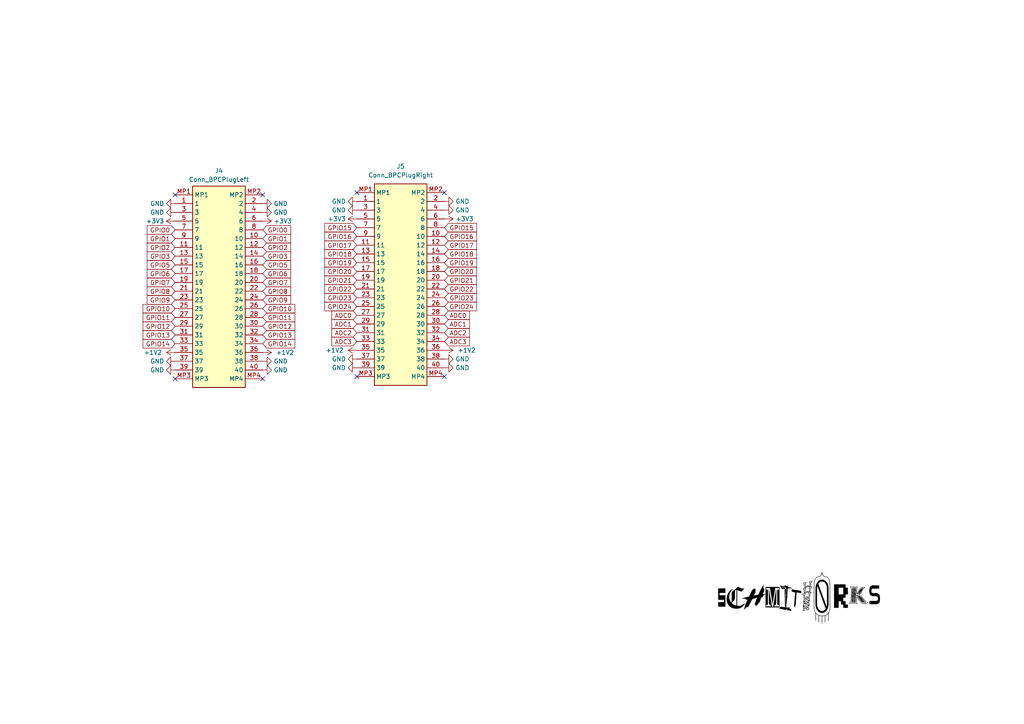
<source format=kicad_sch>
(kicad_sch (version 20230121) (generator eeschema)

  (uuid 35d16518-5531-46b3-9a89-794510950a5c)

  (paper "A4")

  (title_block
    (title "Smartwatch Daughterboard")
  )

  (lib_symbols
    (symbol "SamacSys_Parts:DF40C-40DP-0.4V_51_" (in_bom yes) (on_board yes)
      (property "Reference" "J" (at 21.59 7.62 0)
        (effects (font (size 1.27 1.27)) (justify left top))
      )
      (property "Value" "DF40C-40DP-0.4V_51_" (at 21.59 5.08 0)
        (effects (font (size 1.27 1.27)) (justify left top))
      )
      (property "Footprint" "DF40C40DP04V51" (at 21.59 -94.92 0)
        (effects (font (size 1.27 1.27)) (justify left top) hide)
      )
      (property "Datasheet" "https://www.hirose.com/en/product/document?clcode=CL0684-4013-7-51&productname=DF40C-40DP-0.4V(51)&series=DF40&documenttype=2DDrawing&lang=en&documentid=0001001212" (at 21.59 -194.92 0)
        (effects (font (size 1.27 1.27)) (justify left top) hide)
      )
      (property "Height" "1.29" (at 21.59 -394.92 0)
        (effects (font (size 1.27 1.27)) (justify left top) hide)
      )
      (property "Manufacturer_Name" "Hirose" (at 21.59 -494.92 0)
        (effects (font (size 1.27 1.27)) (justify left top) hide)
      )
      (property "Manufacturer_Part_Number" "DF40C-40DP-0.4V(51)" (at 21.59 -594.92 0)
        (effects (font (size 1.27 1.27)) (justify left top) hide)
      )
      (property "Mouser Part Number" "798-DF40C40DP0.4V51" (at 21.59 -694.92 0)
        (effects (font (size 1.27 1.27)) (justify left top) hide)
      )
      (property "Mouser Price/Stock" "https://www.mouser.co.uk/ProductDetail/Hirose-Connector/DF40C-40DP-0.4V51?qs=eDUdFcBPps3ody6AX5VRNA%3D%3D" (at 21.59 -794.92 0)
        (effects (font (size 1.27 1.27)) (justify left top) hide)
      )
      (property "Arrow Part Number" "" (at 21.59 -894.92 0)
        (effects (font (size 1.27 1.27)) (justify left top) hide)
      )
      (property "Arrow Price/Stock" "" (at 21.59 -994.92 0)
        (effects (font (size 1.27 1.27)) (justify left top) hide)
      )
      (property "ki_description" "HIROSE(HRS) - DF40C-40DP-0.4V(51) - CONNECTOR, STACKING, HEADER, 40POS, 2ROW" (at 0 0 0)
        (effects (font (size 1.27 1.27)) hide)
      )
      (symbol "DF40C-40DP-0.4V_51__1_1"
        (rectangle (start 5.08 2.54) (end 20.32 -55.88)
          (stroke (width 0.254) (type default))
          (fill (type background))
        )
        (pin passive line (at 0 -2.54 0) (length 5.08)
          (name "1" (effects (font (size 1.27 1.27))))
          (number "1" (effects (font (size 1.27 1.27))))
        )
        (pin passive line (at 25.4 -12.7 180) (length 5.08)
          (name "10" (effects (font (size 1.27 1.27))))
          (number "10" (effects (font (size 1.27 1.27))))
        )
        (pin passive line (at 0 -15.24 0) (length 5.08)
          (name "11" (effects (font (size 1.27 1.27))))
          (number "11" (effects (font (size 1.27 1.27))))
        )
        (pin passive line (at 25.4 -15.24 180) (length 5.08)
          (name "12" (effects (font (size 1.27 1.27))))
          (number "12" (effects (font (size 1.27 1.27))))
        )
        (pin passive line (at 0 -17.78 0) (length 5.08)
          (name "13" (effects (font (size 1.27 1.27))))
          (number "13" (effects (font (size 1.27 1.27))))
        )
        (pin passive line (at 25.4 -17.78 180) (length 5.08)
          (name "14" (effects (font (size 1.27 1.27))))
          (number "14" (effects (font (size 1.27 1.27))))
        )
        (pin passive line (at 0 -20.32 0) (length 5.08)
          (name "15" (effects (font (size 1.27 1.27))))
          (number "15" (effects (font (size 1.27 1.27))))
        )
        (pin passive line (at 25.4 -20.32 180) (length 5.08)
          (name "16" (effects (font (size 1.27 1.27))))
          (number "16" (effects (font (size 1.27 1.27))))
        )
        (pin passive line (at 0 -22.86 0) (length 5.08)
          (name "17" (effects (font (size 1.27 1.27))))
          (number "17" (effects (font (size 1.27 1.27))))
        )
        (pin passive line (at 25.4 -22.86 180) (length 5.08)
          (name "18" (effects (font (size 1.27 1.27))))
          (number "18" (effects (font (size 1.27 1.27))))
        )
        (pin passive line (at 0 -25.4 0) (length 5.08)
          (name "19" (effects (font (size 1.27 1.27))))
          (number "19" (effects (font (size 1.27 1.27))))
        )
        (pin passive line (at 25.4 -2.54 180) (length 5.08)
          (name "2" (effects (font (size 1.27 1.27))))
          (number "2" (effects (font (size 1.27 1.27))))
        )
        (pin passive line (at 25.4 -25.4 180) (length 5.08)
          (name "20" (effects (font (size 1.27 1.27))))
          (number "20" (effects (font (size 1.27 1.27))))
        )
        (pin passive line (at 0 -27.94 0) (length 5.08)
          (name "21" (effects (font (size 1.27 1.27))))
          (number "21" (effects (font (size 1.27 1.27))))
        )
        (pin passive line (at 25.4 -27.94 180) (length 5.08)
          (name "22" (effects (font (size 1.27 1.27))))
          (number "22" (effects (font (size 1.27 1.27))))
        )
        (pin passive line (at 0 -30.48 0) (length 5.08)
          (name "23" (effects (font (size 1.27 1.27))))
          (number "23" (effects (font (size 1.27 1.27))))
        )
        (pin passive line (at 25.4 -30.48 180) (length 5.08)
          (name "24" (effects (font (size 1.27 1.27))))
          (number "24" (effects (font (size 1.27 1.27))))
        )
        (pin passive line (at 0 -33.02 0) (length 5.08)
          (name "25" (effects (font (size 1.27 1.27))))
          (number "25" (effects (font (size 1.27 1.27))))
        )
        (pin passive line (at 25.4 -33.02 180) (length 5.08)
          (name "26" (effects (font (size 1.27 1.27))))
          (number "26" (effects (font (size 1.27 1.27))))
        )
        (pin passive line (at 0 -35.56 0) (length 5.08)
          (name "27" (effects (font (size 1.27 1.27))))
          (number "27" (effects (font (size 1.27 1.27))))
        )
        (pin passive line (at 25.4 -35.56 180) (length 5.08)
          (name "28" (effects (font (size 1.27 1.27))))
          (number "28" (effects (font (size 1.27 1.27))))
        )
        (pin passive line (at 0 -38.1 0) (length 5.08)
          (name "29" (effects (font (size 1.27 1.27))))
          (number "29" (effects (font (size 1.27 1.27))))
        )
        (pin passive line (at 0 -5.08 0) (length 5.08)
          (name "3" (effects (font (size 1.27 1.27))))
          (number "3" (effects (font (size 1.27 1.27))))
        )
        (pin passive line (at 25.4 -38.1 180) (length 5.08)
          (name "30" (effects (font (size 1.27 1.27))))
          (number "30" (effects (font (size 1.27 1.27))))
        )
        (pin passive line (at 0 -40.64 0) (length 5.08)
          (name "31" (effects (font (size 1.27 1.27))))
          (number "31" (effects (font (size 1.27 1.27))))
        )
        (pin passive line (at 25.4 -40.64 180) (length 5.08)
          (name "32" (effects (font (size 1.27 1.27))))
          (number "32" (effects (font (size 1.27 1.27))))
        )
        (pin passive line (at 0 -43.18 0) (length 5.08)
          (name "33" (effects (font (size 1.27 1.27))))
          (number "33" (effects (font (size 1.27 1.27))))
        )
        (pin passive line (at 25.4 -43.18 180) (length 5.08)
          (name "34" (effects (font (size 1.27 1.27))))
          (number "34" (effects (font (size 1.27 1.27))))
        )
        (pin passive line (at 0 -45.72 0) (length 5.08)
          (name "35" (effects (font (size 1.27 1.27))))
          (number "35" (effects (font (size 1.27 1.27))))
        )
        (pin passive line (at 25.4 -45.72 180) (length 5.08)
          (name "36" (effects (font (size 1.27 1.27))))
          (number "36" (effects (font (size 1.27 1.27))))
        )
        (pin passive line (at 0 -48.26 0) (length 5.08)
          (name "37" (effects (font (size 1.27 1.27))))
          (number "37" (effects (font (size 1.27 1.27))))
        )
        (pin passive line (at 25.4 -48.26 180) (length 5.08)
          (name "38" (effects (font (size 1.27 1.27))))
          (number "38" (effects (font (size 1.27 1.27))))
        )
        (pin passive line (at 0 -50.8 0) (length 5.08)
          (name "39" (effects (font (size 1.27 1.27))))
          (number "39" (effects (font (size 1.27 1.27))))
        )
        (pin passive line (at 25.4 -5.08 180) (length 5.08)
          (name "4" (effects (font (size 1.27 1.27))))
          (number "4" (effects (font (size 1.27 1.27))))
        )
        (pin passive line (at 25.4 -50.8 180) (length 5.08)
          (name "40" (effects (font (size 1.27 1.27))))
          (number "40" (effects (font (size 1.27 1.27))))
        )
        (pin passive line (at 0 -7.62 0) (length 5.08)
          (name "5" (effects (font (size 1.27 1.27))))
          (number "5" (effects (font (size 1.27 1.27))))
        )
        (pin passive line (at 25.4 -7.62 180) (length 5.08)
          (name "6" (effects (font (size 1.27 1.27))))
          (number "6" (effects (font (size 1.27 1.27))))
        )
        (pin passive line (at 0 -10.16 0) (length 5.08)
          (name "7" (effects (font (size 1.27 1.27))))
          (number "7" (effects (font (size 1.27 1.27))))
        )
        (pin passive line (at 25.4 -10.16 180) (length 5.08)
          (name "8" (effects (font (size 1.27 1.27))))
          (number "8" (effects (font (size 1.27 1.27))))
        )
        (pin passive line (at 0 -12.7 0) (length 5.08)
          (name "9" (effects (font (size 1.27 1.27))))
          (number "9" (effects (font (size 1.27 1.27))))
        )
        (pin passive line (at 0 0 0) (length 5.08)
          (name "MP1" (effects (font (size 1.27 1.27))))
          (number "MP1" (effects (font (size 1.27 1.27))))
        )
        (pin passive line (at 25.4 0 180) (length 5.08)
          (name "MP2" (effects (font (size 1.27 1.27))))
          (number "MP2" (effects (font (size 1.27 1.27))))
        )
        (pin passive line (at 0 -53.34 0) (length 5.08)
          (name "MP3" (effects (font (size 1.27 1.27))))
          (number "MP3" (effects (font (size 1.27 1.27))))
        )
        (pin passive line (at 25.4 -53.34 180) (length 5.08)
          (name "MP4" (effects (font (size 1.27 1.27))))
          (number "MP4" (effects (font (size 1.27 1.27))))
        )
      )
    )
    (symbol "power:+1V2" (power) (pin_names (offset 0)) (in_bom yes) (on_board yes)
      (property "Reference" "#PWR" (at 0 -3.81 0)
        (effects (font (size 1.27 1.27)) hide)
      )
      (property "Value" "+1V2" (at 0 3.556 0)
        (effects (font (size 1.27 1.27)))
      )
      (property "Footprint" "" (at 0 0 0)
        (effects (font (size 1.27 1.27)) hide)
      )
      (property "Datasheet" "" (at 0 0 0)
        (effects (font (size 1.27 1.27)) hide)
      )
      (property "ki_keywords" "global power" (at 0 0 0)
        (effects (font (size 1.27 1.27)) hide)
      )
      (property "ki_description" "Power symbol creates a global label with name \"+1V2\"" (at 0 0 0)
        (effects (font (size 1.27 1.27)) hide)
      )
      (symbol "+1V2_0_1"
        (polyline
          (pts
            (xy -0.762 1.27)
            (xy 0 2.54)
          )
          (stroke (width 0) (type default))
          (fill (type none))
        )
        (polyline
          (pts
            (xy 0 0)
            (xy 0 2.54)
          )
          (stroke (width 0) (type default))
          (fill (type none))
        )
        (polyline
          (pts
            (xy 0 2.54)
            (xy 0.762 1.27)
          )
          (stroke (width 0) (type default))
          (fill (type none))
        )
      )
      (symbol "+1V2_1_1"
        (pin power_in line (at 0 0 90) (length 0) hide
          (name "+1V2" (effects (font (size 1.27 1.27))))
          (number "1" (effects (font (size 1.27 1.27))))
        )
      )
    )
    (symbol "power:+3V3" (power) (pin_names (offset 0)) (in_bom yes) (on_board yes)
      (property "Reference" "#PWR" (at 0 -3.81 0)
        (effects (font (size 1.27 1.27)) hide)
      )
      (property "Value" "+3V3" (at 0 3.556 0)
        (effects (font (size 1.27 1.27)))
      )
      (property "Footprint" "" (at 0 0 0)
        (effects (font (size 1.27 1.27)) hide)
      )
      (property "Datasheet" "" (at 0 0 0)
        (effects (font (size 1.27 1.27)) hide)
      )
      (property "ki_keywords" "global power" (at 0 0 0)
        (effects (font (size 1.27 1.27)) hide)
      )
      (property "ki_description" "Power symbol creates a global label with name \"+3V3\"" (at 0 0 0)
        (effects (font (size 1.27 1.27)) hide)
      )
      (symbol "+3V3_0_1"
        (polyline
          (pts
            (xy -0.762 1.27)
            (xy 0 2.54)
          )
          (stroke (width 0) (type default))
          (fill (type none))
        )
        (polyline
          (pts
            (xy 0 0)
            (xy 0 2.54)
          )
          (stroke (width 0) (type default))
          (fill (type none))
        )
        (polyline
          (pts
            (xy 0 2.54)
            (xy 0.762 1.27)
          )
          (stroke (width 0) (type default))
          (fill (type none))
        )
      )
      (symbol "+3V3_1_1"
        (pin power_in line (at 0 0 90) (length 0) hide
          (name "+3V3" (effects (font (size 1.27 1.27))))
          (number "1" (effects (font (size 1.27 1.27))))
        )
      )
    )
    (symbol "power:GND" (power) (pin_names (offset 0)) (in_bom yes) (on_board yes)
      (property "Reference" "#PWR" (at 0 -6.35 0)
        (effects (font (size 1.27 1.27)) hide)
      )
      (property "Value" "GND" (at 0 -3.81 0)
        (effects (font (size 1.27 1.27)))
      )
      (property "Footprint" "" (at 0 0 0)
        (effects (font (size 1.27 1.27)) hide)
      )
      (property "Datasheet" "" (at 0 0 0)
        (effects (font (size 1.27 1.27)) hide)
      )
      (property "ki_keywords" "global power" (at 0 0 0)
        (effects (font (size 1.27 1.27)) hide)
      )
      (property "ki_description" "Power symbol creates a global label with name \"GND\" , ground" (at 0 0 0)
        (effects (font (size 1.27 1.27)) hide)
      )
      (symbol "GND_0_1"
        (polyline
          (pts
            (xy 0 0)
            (xy 0 -1.27)
            (xy 1.27 -1.27)
            (xy 0 -2.54)
            (xy -1.27 -1.27)
            (xy 0 -1.27)
          )
          (stroke (width 0) (type default))
          (fill (type none))
        )
      )
      (symbol "GND_1_1"
        (pin power_in line (at 0 0 270) (length 0) hide
          (name "GND" (effects (font (size 1.27 1.27))))
          (number "1" (effects (font (size 1.27 1.27))))
        )
      )
    )
  )


  (no_connect (at 76.2 56.515) (uuid 0c59ea1a-3d56-49e7-ab35-bdefdbf48158))
  (no_connect (at 103.505 55.88) (uuid 1e199155-2c7c-44b3-b96b-0d255293d7ff))
  (no_connect (at 103.505 109.22) (uuid 46e91bc3-b332-4ae3-880e-607a19016672))
  (no_connect (at 76.2 109.855) (uuid 66b5a894-f930-4dc3-8f97-99b1db50734f))
  (no_connect (at 128.905 55.88) (uuid 8e620601-ef14-4e06-b515-5cd2ae63eb6f))
  (no_connect (at 128.905 109.22) (uuid 9e7e5865-a4f8-46be-98d5-f2009a8f8b85))
  (no_connect (at 50.8 109.855) (uuid a12ce800-5a2e-495f-991e-b62e03562010))
  (no_connect (at 50.8 56.515) (uuid e7465905-f3b9-4a96-bf0a-626950fea4c2))

  (image (at 231.775 173.355) (scale 0.886586)
    (uuid e7c4c83b-e866-4de8-b8b7-9eaaf55fb765)
    (data
      iVBORw0KGgoAAAANSUhEUgAAAnIAAADJCAYAAACnvN8KAAAABHNCSVQICAgIfAhkiAAAIABJREFU
      eJzsnXeYG9X5tu/dde82mGaKsenFdOJCgikGA4GEYjqhhVBCCARI6ARIfhBKqIEAAYJNh+DQeygB
      DKEXUww2pthgXHBvu159fzxzvhmNZqQZaaQZrc99Xbp2JY1GR9LMnOe8FSwWi8ViKY9NgK+dvxaL
      JQUa0x6AxWKxWOqWDYHVgfXTHojFsrxihZzFYrFYyqWr76/FYqkxVshZLBaLpVy6OH+tkLNYUsIK
      OYvFYrGUy6rO31VSHYXFshxjhZzFYrFYymWg83dAqqOwWJZjrJCzWCwWS7ms6/xdL9VRWCwWi8Vi
      sVhi0QVYAuSAxUDndIdjsSyfWIucxWKxWMphGNABeAXoCAxOdzgWy/KJFXIWi8ViKYe9kDXubOfv
      XukOx2KxWCwWi8UShQ7AdOAF5/7LwAzncYvFYrFYLBZLhjkGWeEOd+4f6dw/MrURWSwWi8VisVhK
      0gX1V/0caO881gGYBEzGJj1YLBaLxWKxZJa/IevbKN/jBzmPX13zEVksFovFYrFYSnIE0ArcE/L8
      /c7zh9VqQBaLxWKxWCyW0hwFNAPvAj1DtukFvOdsd0RthmWxWCwWi8ViCaMXcBNym75L6b6qqyIx
      lwNuJFz0WSwWi8VisViqxGbAJcAsJMruALpFfG134C7ndTOBi4FBVRijxbLc05D2ACwWi8WSGl2B
      7YEtgfWR9a0HsCHQ19nmNeB84Oky9j8SuADY1rn/PfAJMMe5fQq8BbwILCzrE1gsFovFYrEsZ2wO
      jAYWIatZDgmpKcDHwCPAuUjcJcEGzv4ecfY/xXk/73v/E2u1s1gsFovFYgmlD3A7sAwlJDyIMkz7
      U3sPTQOwNioq/G+gxRnXrcgyaLFYLBaLxWJx2AQV8m1F1ri10h1OAf2BO5GF7ktgo1RHY7FYLBaL
      xZIRBqOkgznAHimPpRR7AXNR79ZtUh6LxWKxWCwWS6psAcwHpqGkhnpga2A6EnSbpTwWi8VisVgs
      llTog3qg/oAyUeuJjYDZqKerjZmzWCwWi8Wy3PEoionbK+2BlMneaPz/TnsgFovFYrFYLLVkP5Q4
      cFnaA6mQK9Hn+HnaA7FYLBaLxWKpBZ2AL4BvUNHfeqYbqjs3EX0ui8VisVgsljbNqciKdWjaA0mI
      w9HnOTntgVgsFovFYrFUk3aoDtsnQGPKY0mKBtQRYjL6fBaLxcGeEBaLxdK22B9YEzgWJQokSRMq
      LLwZsALKiu0NzEMZpl8B76EeqssSfN8ccC3wN5QAcX+C+7ZYLBaLxWLJDC+gYrqdE9pfZ+Ao4HEk
      2HIRbguAe4FRJBfX1hWYBTyb0P4sFovFYrFYMsWqqGfpDQnsa0WU8foDEmfLiCbizK3V+fsdcBpK
      WqiUm51xrJbAviwWi8VisVgyxclIPA2vYB8NKLlgJvmCrNybEYBTgT0rGBfAzs6+flPhfiwWi8Vi
      sVgyx3PIAlZukkMf4BnKs8BFFXSjKd/t2wR874zRYrFYLBaLJbP0AXYDLgAOjLB9F2AxMKbM9xsA
      TCBZ8RZ2ewvoV+Y47wYWkVwMoMVisVgsFktFNKFM0OOAf6JSG16X5gMR9jHS2fbwMt5/c9SkPmkr
      XLH4uW+QeIzL0c4+di7jtRaLxWKxWCyJ0Rl4iMJs0GnAw8BZKAP15gj7ush57Zoxx7AG8C3RRVyp
      7eLs5ytgrZjjHei8/vyYr7NY2iS2jpzFYrGkxxDU0P494CXgdeA11I7KcAYqu1GKbVF83Fcx3r8H
      8ASwMkpyCKMVxd0tdrYfB3yArHizgV4oy3UQMBS5hDt6XhdEI7A6infbBpgTccyTkLjdJuL2FovF
      YrFYLFXhAGRdWjfk+fbO83+IsK/pwCMx338spV2gOSQOj0HCLwrdgBOAr337Cbs9SrwEjSeQFdFi
      sVgsFoulbDoiq9opKAh/eMzXH4eEzIoBz/UEtnee/1WJ/fR1trs4xnsfRmnXZzNwNvqc5dARuNDZ
      TymXaxxX6WXOa3qXOS6LxWKxWCzLIWuhDNKrkAt0CfliJG59szORtaoJ6O95fCPkxjT73anEfoY4
      2/0y4vv2Qy7RMHHViqxw20bcXymM2zfMMteKChlvFXF/RgBvndD4LBaLxWKxtGGGAFPIFx8LgBeB
      vyABlwMOibnfy5CYmoTETBfn8bNRiY2rUW/RUhjr2vCI7zuW4qJqAkqCSJLVUQ/WsPddBownmvXP
      FAY+KOExWiwWi8ViaYNciSxko4FfA1uSnyy2NRIWu8fc73W4ImaS5/HngKdj7OePzn6iiC9jvQsT
      U1+g5IdqsBpK5CjmZo0SD9jf2fbcqozSYrFYLBZLm+J24LMiz++ChMXgmPvthSxVH+IW8u0ELETZ
      qlEZjSx4URIGXiRYSC1DmaMbxnjfcliHcLduKzCX4JhBL03Irf3Pqo3SYqkTym3jYrFYLMsTfVDz
      eD8NwA7Awc79KGVCvMxGLtoNgVecx4ag+nL/ibGflVHrqtYS240EfkLwtb8RuWg/jvG+5fA5ytYN
      KnfSAHQHzimxj2UoS3elZIdmsVgsFoulLfIycnVuiBIRDCfhWpO+Qda0uOzhvH5T5/6FSODFqfP5
      BvB2hO1eItyt+Y8Y75cEV4eMI4esi6Wscu+hhBOLZbnGWuQs9U4H5J6yWKpJH2AE8BEqM2IwFqH9
      cTNN4zIUCbfxzv0dkeBqiTm+mSW22Rz4MeHX/Q9ivF8SnAV8SbAVsRNwbInXz0Sf22JZrrGdHSz1
      ziFo0pud9kAsbZqZwPuo0O1A5ALMoUxWkMCbW+a+h6FOCa3O/rclWsC/l+4R3t9k1ga5NFtRj9ar
      Y75vJSwAfg/cG/BcDjgRZQSHCdo55FtHy2F9ine0yBoznJvFYrG0CToCD6LJz2KpBRcgkbGKc38v
      5/4uZe6vPRI0Zzn3d3P2t1nM/cwG7iny/Irk16ULu20c830rpQF4k3B3765FXnsvwXGLcWgJed+s
      3i6o8PNa2iDWtWqpZ85ELYDmpz0Qy3KD6YE60PlrLHL9ytzfVqh2nEl02AFZ/+K6OY2FMIzDiFaf
      7bCY71spOeDPBM9FperEhVkXLZblCivkLPXK+sj1clPaA7EsVyQt5Iah9lVvOPd3RNmqpbJP47Jn
      hH3mkJCr9bzwMMGxcg3APigO1mKxhGBj5Cz1yOrA88DruAHilvLogtxaS9IeSJ3gF3LfIyFWiZB7
      G9WN64USEm6pZIAB9KB4koOhARXs3QEVJK4Vy4CbgT8FPNcdxQy+XMPxWCzl0Btlta9AednrcXgX
      T11LK+Qs9choYFVUYX95Z1dkSfkf5SV8/BS4BpiG4o1+QD0230DB/R8RL3uyrTMNufKNkGsFviVc
      yDWhuLMhwDbAfeR3bBgK3OX8P9zZ/vlER6z4vajX+hzwC2or5EDxfUFCDiQsrZCzZJH+qO/vz4AN
      avi+J+NJTLJCzlJv7IMu7KCJcWyKY8kCqwE3oOKoM5DQ+BR4AlksSwWDL0HFZINaMn2PWlEdj4rI
      /gBMRW2llldLaA610hroeWwK+h28rALchixu3T2Pr4sr5NZB37s3Pm4q8EmyQ2Z3CuPJWpGFzvw1
      NAD7ASegJIxaMRFZGQb5xtOKBO5FNRyLxVKKXsAlwNFkQEelPgCLJQZdyK/43pTWQDLEXahUxfrI
      5Qyy0v0aBc1PB75D1fQfBV4lv/vAoiL7XuC8dhPkmjN8xPIr5EBCbqjn/lQk2Lycjhq7m6K1r6H4
      sxHAWigmzLzmVXQt3ol43RyiMozCpIBG9DkGBGzfBdgbuKMKYynGs8i17KURJYRYLFlhU3QtXTPt
      gRhssoOlnvgjsIXz/yzgofSGkhmWILHgpwkVq90YCYRjgX+j9ksfoknzRtQbNCwIfimy5PTwPT61
      4lHXNxPRd2u+lynO/fbO/a7AUcBlwNYoKecOlJjTgNvOyyQ63Itqom2MLKmgkjrDUecIr0UvLh3J
      tx56ORXFp/lppfbZqxDuUu6Ju0ixVM7G6LzfCgn5NVB8V7XjutoCm6G6pZkRcWAtcpb6oSty+Rj+
      i4KgX01nOJnir8gK17PEdkbceQXeMuAZ3NpoK+JOmgOR6PPGf7Ugl+vyjEl4GIDcgVPQonhVFF/4
      CyTEbnC264hc1Os690cBFyPrU3vgR8j6+RWyfP4eWUGNxfkNVDC4HNYn2HLdAjwJPIX6r3oX9Y3I
      mrgatRXtbxV5bhBqgWapnAORZ2MxMAEdq13QcdoTxYA2o8XFEpSIYx77wfk733l8CSpEHWX76cC8
      Gny+atEXeJwMdhKyQi4+uwH7AudhLRO15Dpgbc/9zcl3s66Basp56YdbuLUtMZ78VlCvI9dpOS6o
      JpQo8QMqbuuNlZvjvE9nz2MNyG27BBVyTbpMRj3gzVw1Qg50vH2NLHCTgd8hy8eW5JfQeMf5eyeK
      k+uALCK9UcD0HORiXYr6sFbStSSowG8OCfTFKHFo94BtGpHl8PIK3jsu01CcZ1CP1f41HEdb5zzk
      3t8X+Dnwhe/5JmRt7oTO/e5owdELHatdnZtpj9geZWqu7rymh/NYTyQOBzn/7428AvXKTRTGwmYC
      K+Ti8WuUKdIEHICCHf9K8TgjS+WcCxzhe2w8moxAF4tfAuf7trmFwtileqcRTe4v+B5/jtJCrhlN
      lHOQa3ommsxPJth99x/kIvwU9wK2DAmTZ5BV50MkSB4gP/auLTPJ+TsQWTLMCr0fsD1u26iTkXXi
      dRQjN875+63z/Ag0wX3kbGOe/xgJ5F+h37qS7zWohVUON6HiYWQl8f/+pmVXLYUc6LvYjsKwn0xO
      oHVKDrVrG4nEyS7kF5NeRuUdMwxd0DViMvBIhfv6KQpVGIXKfJjkq1YkOJ9CZWzer/B9gtgJid5M
      YoVcNJpQ9XFv/8NuKF3+t8D1SNCV22vREs5ewIUBj9/s+f8IJCz8tLD8tO+6EjgUTXhzcUuJzEIu
      jQ+RG3o8snwYNkJuWSPyVsENjB+MsoJX8Gw/C7n/FqGL6m7o+z8PCYLxuC47v4W0rfAlOrbOQNeF
      dsg1+jayRtyG3ISvofjFsPItKyFXzZ4hz5uG8JVMqn0DHmtEEyvod7wHOCZgm01QTFBQDGa1CHKf
      5rBCLmnmoIXv9ei6Mcbz3CooG3N1dC3wW4TnoOvFXLQQXITO/VnoOrPQs+0ZyJOyC8HxmFHYHC0o
      dnLuP4NCEzqg8IZ5aEH0G2RseQjNy1+V+X5B/DnBfSWOFXKl6QbcjVYDQfRFJ8QJ6KS4GdfVYqkc
      7/e+BLfNUHvP44OofYZd1vgOBdfPQSJiAvnu1w4oRmtXVNNsTSQUVgVeBK5ClqBHcC17azg3L32R
      K3YhuoDORcLwAyRwOqH4qoOR+2U2EjiPo1ivxdQ/zciVvRZuzM/ruJa6oyLupzf6zoNoQBPpfORi
      LZfuFJYYgfxJbgyFQs7wC5QUUSu+pXCsrQQL0qywBFcYV0JPSoeCrEDpemXfoutAKW5GVuMzyBdy
      I5GR4ltk8QpyrYYxF4ULTEf64jgUfhC00C5FexQ+8ztnf4ejRWJYjO5VKCHueFTKZ3eSiaHeFsWx
      ZhYr5IqzOprY/CnxQRhBd7bzmltRvahKLsLLO/4Eh+9R/ExnJBpALtV5FK95lUMT7VvoYrS6c1vB
      ud+KrB7T0cVrmvP/NsgqlTRvo8yn1ZG42oDCPpgLkFj4EImhHyELWDGuQhahDZCY2AZNDL2QaOuF
      jlN/KYp/4Ja9OBAVXw2qKweyTpfK2FqAJpKF6DdcH00Y7ZFweQm5Ef+L+zvWA6ug32EIElgNSIyB
      W9swDn3Qcdcefa9G5J6PJrB2yK1dCT0I7sHqnehfRnFSa5EvokzLrj9Qu6LQQfGADWQ7o/ITos0R
      pTiG0i0Hf03pQujHRtgP6Df9B3ApbkkckDt0MYqvDLMGe5Mj2qPj7CYUdtHF2WYYut6cHmEsfppQ
      yMbPUU/tv6LjcUN0rq3kjPdhZ/t2SLiNdO7PQwv8JITcfqU3SRcr5MLZEgmyuCb9diioc290UXoI
      BXi+SHJxB8sLv8WdKEECy1iI1nZuNyL3azE+RCe/1xrUhGKcVkYTxTe4FhVDDzTJbVrG2MP4ClUB
      Ny6kRlRsdzP0edoji+6TKCjeTMLdkEWr2Gq8PYoP6Yt7MY2Cd5L8HLgCiYkluO69OJhgaJCYW4CE
      cSsSk3uj3+Mb4ALcgrhZ5Sw0yfb3PNaMfp/X0LVinZj7bEST4K7o+xiLxC5IhE9F7ukbyx20Qw+C
      G8t7Fz45lPTgjzFtQMfSzuh4rAVB8cYN5CfcWJLjTuSmHIl7rBmRZhJ0fo2O7y64GarfOX+/QRb6
      z1Dy05ZokQM6br5Hrvs4NDhj2R2FbjyH4k+vQDGj7XEXvgPRdftGdN7MQHGqL8V8z2KEeeMyQzv0
      I9aSe6htzEU5/Awd4MVMyFHohczBh6P4gHfRAfYubvujerTYmRVytZM8dvbd91qkrkIWkulIJA8j
      XBB8QKFLbxlyP04o8v5zkUsgSSH3LvlxQK0oceGFEq+bjwRpMSHXjC6qo2KOyW8NvAxltH0B7E++
      lcZcxJei39/cFjh/5yOr5tdItH6H23ViPvVHOyQ2Z6KEjnG41l1zTN1JfMHbFS0mzO9pFhHrIIvn
      KOf9KqUbwfVC/efuGBTn6Bd9xipXKyEX5Hq3Qq56TEXH83DyhVwDikm7C9UyXM95bho6JjriLrKb
      kRA0CTPmPN8aZXjH6ePcgFoGjkKLnFeQoLvFGeepaIEzGfgXOm/+hETcJ0jo+RfklTAAWQEzTTvk
      H68lH5BtIXcKmsiS7hrQhGKPvJmFy9BE9w2a/EzNnTfJD+ZPi17opDRulU2Ru+6XaNz7Ub3yE9si
      q01QfA+4sSQ9UbDuBoQLuRkVjON64EjyLYOV8GIFr50ZYZsrUGBxqZpyXtZAGZSro5i5lZ2/n6EL
      8bqebd9ytq1HUVYOvXDF3A0h2/QhfmbpPPQ9DkATqHEB7Ygr7pMgzOviP28nIpE6mMKWXfuiGOAo
      cVeVEnY9sV1cqsfL5CfcGGv+kUjIjUEt0i5DFQQ2QvP4r9GCuj26dkxB85cRbmsTv/bfpWh+GYmO
      xzFoMXkeOjYmorjNBWiu3hNZzD9HwjPpkmDDY2y7CHngPkSL12qS5zJeHlyrm6J2OndQPI6qHXAt
      Cs6sFU3IZOwtuPotKmuSNo3I0nA6GueDaHXvDcY9DZ141eBIzziK0QG5pIrFYQTFCEVlElqFJiHk
      5qCg/3IJcpH5eR1Z0vogq9lidGFd7LstRBebWSjb6wDffkxLqf/5Hp/D8iPioHjmaBdUKmNdZF2P
      y7NoglqALLUgIfc+lS0+ymU0+a3HDB2R+/efNR2NpVZ8g47hHsgLYYTczs7tctTj+kAUH7odcnl6
      F4sLUZyd/9qwkOiMQNfyUWjBeyWysD2AskabgPvRwvN6ZEz4Kzo3R1Cduq5RrXHPouvld1UYQyRy
      Nb6Z9jTVpAHFTb2GJragApNeeiDXQa2/C/9tNoqVygLnUnq831GdVj6boIkszvcWtCh51Hn+zgrH
      858YYyl2+5zKLAv3OfsZXmK7rkQPDm+P3BT+sT7lPP+J7/HlrS3aj9DnHomSNky2dAMSb+Z7Kbep
      +1MoBsjscxqyqsZlDsqu9/MewceiP2wBNDEvDth2GdXpARvE8QHvn8MVul7uobJiySBvQ6XnddDY
      yuGYBMaSQ/UH4zDYed0ezv1/ePb1HbLArYOOMfP4NmiRa+5vjc4Hkw3dgFvaJgqroHCME5z7J4Z8
      NuO1WsvZthWFQlWLR0LG4b39j5STcdpir9XdUVbgQ+jA24niq9u1kEtu1+oPrShLUIZOFtzOjaiO
      UClWRub2oMbb5dIZTWwrlNrQw9cUz6rbBLee3BpIfMYZcxSXZhSmE72W0nrAIbgW0D7oc0RhAdHL
      fDSji5Gfebite7wkERd5GpqAJyDXzM7kdz7IEsYi9xAStft4nhuIFosjUNmDuDShSdSEBGyCsvFq
      JZr8zEGf0388NKLFQ/8aj8dSG95Fv7lZpJhzvgVZ68ahDNDznMefce6bTjtvIRG3Lq5FrpNzi2KR
      64QSAp9FlrafouvCODQver0YvZDQnImMDQ9T3cVlqVIvOSQ6Uy+rlMQKIM6tWha5NZH7z7zPvyk9
      OWyLXJn+MX4H/CXg8WrdWlAcSlYYRfSxzyfZYp1DY7y3uS0A/k6hleFRzzafoGK1053736BYMj8P
      UiiYriljTEG3h337PYhg68vPkZsgh1uj7XPPfoYHvKYSvPs2t2uQW2GW7/FKYzdHBrxXDomI+1F8
      jL92XZrshsTuB2ic53qem0xl1eo3c/ZpSib8FrnDg7pslCIJixxoEg07fs8sY1xxsRa5ym9xLXIg
      wbW38/+/nf08goRMDlm+5iGL2wB0/fQeF4c7/7/u7GMF5/51Ed777yi+rhsqeTIPfaezcecY73zT
      F8X2t1B9D9YSin/XL1f5/SPRVmLkDkcHjLG6vIImyWIZofuhmBB/NtTbaCItp29lufwGZeBkgQ2J
      VwC0K8k11+6OezGJQyuK2zihyDbr++73QyvMp32Pr4wsYd5J6+0yxhSEP35iT/ILGxvORMkG4Da5
      ryZBAeafIGu1P2kirBhnVP4Y8ngPdE6amk2T0cX8U3RsTUGLrinoe4yTCVcJTyALRQua7AZ6nptC
      fnxrXIah736cc39HVGImzcbipuCqv96gadlV6yoHltrQivt7mznxCVyrWwOaX0eiNpXe434irqXa
      WOSMVa+URW4PJDx/gc6xu5338Qq0TkgwbYfqs85DsXSXUV0PVgdKG4Meq+L7R6behVxX4G/oAmP4
      CMXHFXMBnQH8H4XB4/ehIPuF5Au5l5El4lB0sU0yg+pCwrPhas1wZLYeWGI7P0m46Dsha1iYpaAY
      CyivgfvaaOXodZ0uptDt+j+C+1HG5XXf/ZUoDKJfHffiWSv87t4WVLh3Kwp/22mUT28UWxOF/hR3
      5c1Cgu57JPS+RWM2PXiTTMhodv5+Qf6xMQXVrCqX7ZClbw66pvwEJVylSQvKVDzZ93gjWgxtjc41
      S9uiM1pMgSvCnia/htqzznM/RcV/B6HQgOs9r40j5HqjefU+lIx4HcGlnqah+nQtKLnhCOf9yokl
      jUOU9o5JWWMrop5j5FZCKfpeETcFrRjCSgG0R0LlYvJFXA5ZZw4k+MBbiKx3uyAX7mkk8wPeSGER
      zrQYBTxPfBG3kPgp5kHsSXkiDiTGgtxKpVgFTZ5echS2A/qcyuPk5qN4Ki9BlradA96/2vgF8Gzk
      QvFbMaEyy+uGJHfN6YOCsIejcI1T0bk9Do3/PTTZHIXcNUm870Tyz4+p6Lfy1+GLirf24dYo/uf5
      skeXHGOKPFeN5CZL+jTiLrK6oGvCJPJjlS/FbeW2BYorf9PZxngW4gi5q5CY+z1KWAjzqKzm7O9+
      ZKk/EWVQVzuzO0od2clVHkMk6lXIDUQXQG+B2GVIiIU16u6N3AZBQfwnoKyzXIT3nopWAlug1cNf
      irxnMcZSutVKLSk3zu0mknGrltNBwPB/uFmWcWiksLVSjkKBtZTKLxozUF02Q2+CEzqCyj9UG79F
      biFaFPkFZQuVWeTKFTxxaULWgmNQIdEPkeXzGXSsHIzO37jjmYhc3maSmoIWhKX6YwbRDy0KjZDb
      CVmD/WI/Dd5G31mQhfsQgsMBLPWLMWoYT1MXdG1cBTeJbB6yyBkL3TZokbQn+WImqpAbjtypf3Te
      4xaKl1dqRa7UgSjkoxb1b6N0x0kzDOL/U49Crj+qMeNvifMnwgMPB6ACejuGPF9ODSjQxe4MZ0w7
      IqtdsVp1hhfRZBI1g7HatKO8fnhLkam7UhrRKqscWqisvlWQu7QPhSVrkhBy3pjNQQRb3uK01koK
      /4Q9H4kK/3ezkMqCy4t10ag2PZC180xUjuZt9JvsWexFPiaiyca4V6c4f4vFya2HJqwzyb/eDnP+
      mvi4HZCoq3a3lKiMJnh+WAE3OcPSNjACyhx75hq0Jq5I64DCX3ZFYm42Mn50JF9URRFyjcgA8gYy
      ilxD8KL2E2S1W4qOx3eQK/YCVO+u2kTpuhTF+FN16k3I9UVWNf+F82XC6zgNRhfLUmnEldCKXCKH
      ozHuj1YvQT/yhyigP/V0ZQ8XUV7Q9ickc0KNIHppDT+LqCxm0W+VMa5VfzZUpULOnyQwnGDLRq2s
      Vl78CwqzyvQLucVUJuSmoADqrNANuJ3oXTBM659SQm4kypiegZI1bkeWQK8bfxiyZH+BfvNhpFd2
      JIg7CbbItWLdq22NHDrnjWXZiLDN0DHZio7R11AIwwMoDKAbClN6ENcrZYScEYdBQu4Y5E07HmWF
      B1VsyKGQlhORiPwrsqJvhLJqa0GU0ilR4uiqTj0Juc5oEvDH7SxASQhB1q2DkMCqdtafl0XIlz8C
      rcb/hHuQT0YrmqAq8WmxBoWBzVEZhCp9V0I7NNGVy7HohC8Xv3BqRWPyx859WMF7QGHLlqD4M0in
      npp/wg4TckupvNzDL8hIppdDb6LXkJzo/DVxckbIecMSOqPA7d2QG/pW3JIlh3i288bHDXFelyUh
      NxW5ov3HRiNKJutV8xFZqkUOxZSaBY0RcoPR3GU8XYOQNW4smuO+REaLnshKBq6mMFnlfjG0MhJ/
      dyAL/d88Y/Bexxuc92oH3IaSgs5FpUoqud7HIYp1vH+1BxGFehJy1xNcEuRSdEB5aUDJC3eSbsXl
      z9HB1x8lSuxCddqIVMKplP8dPYqEdCUxM7uhk7scplH56izMmreu7/7LRDO1h/GO737Y4iKNnpJB
      FrmuFAb7NlN5NugMdIHeBrlLKhWGSRC1OPQXSNgYIWfOZa9F7mAkDjdCSRZHo8XcR6i0Sif0vW6G
      FlFPoWN4Nm42aHcUMzeMdBlD8BzRESVHWdoOXyPh0oBbfsQIqSud+63FBJAkAAAgAElEQVSo08nB
      SMB56x+asAljoTJzil/IXYGOn7ORJ2gNlLR4GIWlwEBz6G+BzZEX428B21SLBZQOf9qyFgMpRb0I
      uWNRyrGfKagPnJeOaIK4gGi9KWtBK1rdflZqwxrTCxVgLYcW5Gq6lspi/Y6q4LULSD6myLjD/UJr
      POW7VxdRGL9ZSytxKfy/3zR0gfW7DUz7piR4E4UirIwsYhehcIS4zeeTIOrxuwRdc4zwW4is614h
      dyKyOH7q3G9Cou0LdL6NRBf/dsjisTOygDyFFqvvO/t8FsURpcmDBAdztyLLqqXtYLowdMadN1dE
      Nd4eQqWTjDX2A2RA+QTNaZs7/4N7zQiKkfspskpfjNy45ly5EvVSNefRDGSFa8H1to1G14hqN6P3
      sgy35VgYcWJsq0Y91JFbh/CA+rMpVPxHoh/fUpqDiJZiHcRktCr7F/HrtxnOQ8WXy2UmuugkGXBq
      9uVPRJiNREY52b0mVsrQi3gtyKqN//f7FAU6+2PHqlGEdymqV+UtzLwicj2vjbJEd6S6Afbvx9jW
      X4LEWxT4J2hSex7FxA1BsUBmcmtFMaUfI0vDGuga3B44wNnGZNduherLpckiFA91BPmL4kZkLRyA
      GzdoqW+6IJHkT7Y6DYUHHI0WX6ZN10Jn2zWc101HdR1NaEhPz3ag8/hWFK9+OUo+fB9Zfe93thuL
      SllNROLuHCQgr0IGmlpa4wxfULyu5xBUS/LF2gwnmKwLuQZUGyook+8jgusdZf0zZYU1kQWgXHqj
      7M5yT64VgVMqeH9wewQmidnfCugzeuMZy10NziDfJRmWsZoWrb7/x6Mx+i32tUrQmeHcTAzZEoKF
      3PHoGFgLxaNugMa9IdFd1D943icKE1GJmCb0/czGFXKmDpY5rptR7NFrzu0VtAAaiBaoy9B3/Rqa
      4F5Hlo2c8zcN66SfMWhx7KcBLZgvrO1wLFWiC64487I2KjF1OPLejEG//ePIWtcVV7S14npIeuO2
      GGxEcdCdkAv1N+gc3QNZfU0HhV2QRbARWeAuBn7sbL83lYW2lMtEwqtdGG5Egi612Pesi55fEV45
      /W+UbwmyBF+cS/E8Whl1Qpapt5F1oRzWpvKA6fsrfH0QXtfqxuS7RMsVcv7XDSdbtbi8rkVTDHj/
      gO1q1RbLT5j18iNckeSlO7JoDXZuQwh3ZZ9HvLi/SWjSGYcyrTvjNvWeiyamcc6Y3iLY9W/ar41E
      LtQgepMNIfcCikFeg3xhb1p2Ra2/ack2QUJuJjqGD0Mi5QzkAjU1WZ9xtmuHDAOr4lrguiML3rdI
      kI1AYTQ5VDvuz8BJ5Fv9jXfoOZTZujmKH32Mwj7VteKDCNusj+bGQ6k8Ka4swoTcc5RXVywKkyNu
      1x03E8bPPJT1YimPbsiaEZdtkQD5CzoJK+m7+KcKXguaPJ8puVV8zKTUHrnKvEKunMLPUFh6ZMMy
      91MtvEJuAXIX+uvoQXolc8KEXFjf13lIgLzgeWwdFKi9KRLofVER0ptjjsXEuW6JxMwS3BZ7UZuV
      m+LXYeNvpNAanBY5dK092/d4I3KtmvJOlvomSMhdh473XdD1fi+0IDoAuAQ3q/1DVEKkAVfIdUEJ
      EEchAXgVinu7A11H/w/3erIIed42Ree62dddSKMU66FdbaJmkm+GrO8voHlpKvHit+ej69ZMFHbR
      XHzzfMKE3GwKs+xqzbmEZzPeRm0KArZVfkF5maJd0XHxIlohldtzcQUqz8irVn9ar3VhI99zLwO/
      I34Sjd9qmSW3KuRbthegi0pQoeS0LHJh39e3MfbxOZWVLVgNiZZh6ILbBdeqOgRlcEfFCDm/xa0n
      mgjWdvb9XZljTZrbgbMoPO5zyFpjhVz90wWd+yZzdAESct6wg/4oQeHHyKtgeBJZz8AVcjmU2HAI
      cC+qjjAKZbyORMfSOyhW7iWUNDcHZWt3QvPLBmhxlEQLyHL5CF1nVi21IVrc7EhpV2wplqL4wcfQ
      d1fS65XVrNV+yC8exq21GkgbpBNK5y6Xa9CqqpJJ/W7KT7IAreSq1bjbK+T87rh3iO/uagb+63ss
      a0LOa5EzWYo9ArbLkmt1CdVfzPVFJYy+QlbKf6FzpwPwP9wY07glVHo7fy8jP+t1dzQhTkaT6F1l
      jjtpPkOfNyiU5WDSKWJtSZYu6HwyFrm70HG+nmebx5GoOQ239E4zymo1rQ5NCz9zrDyLDAebIgPM
      fOSGXBF1O1kVJdTMdPaxGnLn/gRlxsa1mCdNjvDwh2rRASVJnY+snQ+S/zsUkFUhdwrhtc2+IV6W
      mSWfHShxUASwBJ3Eb6CU8OlEix0IoiOF/U3j8hK1sVb4BdfXxBdy08mPm+hFsNvSkEbJnCAhF2SR
      S8sKHiTkvqf6sVmHIqGSQyvjU5D1rSdKePizs11cF6iJDT0QWUBMWZsdUHD15mghmyWvQ1DLrgb0
      XexR++FYEsYv5BaQb4X6HgmvW9Hxug1acMxB58mmznZm8fsdsijtgyxMN6LFe3t0PfwOhXAdgFyR
      OyL35KPO+15AbfqpRiHNMK5GlOjxLkVczFlMduhJ8dpmT2CDayuhnNIsS9Dkcxcydf+hgvffmMqP
      u3+glVs/NOltjqwcPVEs1DrIJL5xGfv2HlsroHhCEwzfii5i/mLBxZhJ/kRfKmM1DSHn/cxhxYAh
      PKar2gQJuWkBjyXNSshVtFbI82Eu0lLcgdwlJ+HG2YGE3PMx91Ur7kElIfydR0zLrgdrPiJLUpgi
      wHNwF5kN5MfEnoUsayY54TwkMF4BrvZsZ6651zo3wyNoUbu2816fo4XxRUjY3Ypi8KajmLznKv9Y
      ifEsiveLawBJks4owbM/8Hv/k1kUckdTvPfhk7UaSBtkJ2RhiEsPZCG9Ef0+ldTMqaQAsOG+Is+1
      IHfY0yihY2jMfftdqxsht5IhblFgf8bq9hTPWE3bIjcDWJ3gHoK1EE9B9Al4rBaisg/h1raeuJbl
      uBa5z9BEdi1yN4GyQtdB7pQsMgtZS/amsKbcHkgAVNqPuF7pSDIJTKuU3uT/l+YpRtzjsRP6HX9A
      2acgz9cCzzb/QxZk0DXyWBQzfAn5JWjCEqL+HPL4qUgofYyS6C4lG9naXlrRZ8xCguXpaE65zPtg
      VoVcGK1kS6nXGwVKPgZPIBF2F9GaCQexE8EdOiplNrIIvODcTHbpgSHbF8Mr5DoC25Ev5OK6dP1C
      rtQFP00h9zUS6WsSHCOXRvB9Z9KzDpoSIE3OGIyrcwe0UGiHFg4TA19dnPWR+DHB5EYUvlDmWGvB
      GOQq89MelauppC5lPbMB8gDUgutJXuwbt+i3uL2zFyHB2IJ7nL+AEltuR9fEK1H29vG4bljTfzgK
      fVGf70ZUrucmsifiDHcDx6H5IG0uQUki/z8RJWtCbgiFmYJeJpN+tfN6ZTfUDqgcXkcWg81RN4hi
      9EKrrPboBDXW1dWRyTyJY26Ws99HkZXweZIrjeEP6N7Md/8tVOMoKv7K9363ahbCBMxn/hJN1iei
      88w83g651NIQcmGlR2pxwe+Divf+gKyRxqW+OfpO/oou8KXa+AQxDP32rzr3d0BFgLPWi9nLYyhU
      oA/5Cw7Tsmt5FXL1zii0mPsON0bu58iV9yJagB+POi8MRYt6YyX/LbKiXel5XRM6P4wYnIG7IHoB
      91o9Hc0rWyFxeAXyttyd+CesnFZkyPgfldc/rZRGFF40CKdMSdaEXCkLSq1WPW2RcykvueV7NMm8
      hLL2TDB8J3TSr4Ymu/VQSZPdKC7GK2Ehsn6si6wjzcjV7hVDZvWYFP7M1XHI5RAl67aVQje0f39+
      IZemRc4cH8+iZBbjAm6PXK2VlO8olzAhN7MG720qzs9FNdM6oUnIiK2xlJ89PRTF3RiL7Q64hYWz
      SjOyyPsrCjSiGn3rk9+KzlIf9EFiaxmukNsBXWdvQ0LuNwRXkjgaXfvPRwJnQ3RNW4t8wbMIWdc/
      Q4vvN3GvjW+h4tqHosztEUggBvX5TZPPkOh9lPQztTdABbn/AeET+8/Ql1iN26gigyvVgNYKufLY
      BRXzLYduqBL31ujguRtZJ75Ck+kHqPr2pcgSVy0RB7rIbIqElGmk3AfYApm9j0QB5JWcZH5h5beg
      TSB6LNB0VCTS0JNCYeK3AKYh5IzwNdeDp1BJgLud22hkbXmq9kNL1SK3N/rNLkLfjem5aNxH/YJe
      FJFhuNa4AWjiy2qig5egtoiGQ2o2CkuSdMMVcOZvE4pZux9d8wyzUcLbwega3Atdk0382B+RxXp7
      3Jjap1EW/LqoG9CvkWXucxTzZa55dyBvwDyUpVnJ+VUtnkXGirglh6rB73G+uzAh1w79uNW4hQV6
      b0rx5rRQfjuo5Z2Lid570k8XJNBAK4ADkVUpzVpoK6Dj6Cq0OhqKTPK3IXdXJfXO/EJuRdwimSCL
      TFQRMYt8d+QgsmmRMz0MzfVgCfrc/lu5LcoqIU2L3ExkBTbu8QHO30qF3IrIimG6huyIjoNUG29H
      5A20oPYvQHIo/jWN49dSGd1xzydvZ4e9kVHnUNxrxJnouP8v7ny8LW4Sogl9eh8JnkXIwjYICbcD
      kQfnLDQnXYpCCoZ6Xv9b1HXlYyovVVUNnkchN0+nPI51cVqYZqmO3IgI28Sp5G4R6+BW3S6XckVg
      tcihFd0R6ALwN5Kz0ARZ5Nb3PRZV0ETpsZqFfsEmZsVcD8Li9uL0JE2KsJp7tQyKNskMA52/U9F3
      VK6QG4YEjzfR4QPSK+8SlzsIrim3Bqr6b6kvuuF6Gbr4nrsNudRPc+7fgNyou+O2q9set/WmNxHu
      HeQpaUAuQHPtyyHjwiBUL64PWtRchxuy8n/IbTuWaNqg1nwF7Io++1jiteNKkj0hWzFyUVo2Zc1n
      Xg/8hWwJ9iS4iOqVafCLmC7o2HzX81i5Qm6DgG2y4Fo1q20j2MOEXBoFatO0yBkmoe/EWOSWICG5
      Wpn7G4YmTuOy2h65suuF0ahXsv+6Ylp2vVTzEVkqoZiQ64r6je6FjtH9kFvxflRLDlQ77gt0Xvgr
      GoxGxYNPRNa8C9Hi+BFn2wkoE/Qs5HIdgQrfPue8R1fUOWJflGSRNV5ybl2RUWEQuk70IF6IT2eU
      +TuQeMkUO0O2hFyUel9WyMVjA0rHHdYbnxBek6habOm7HzWg25/N6HerQjayVo0rupRF7ssajMVP
      mjFyhkXICreO57EpFLfINSBL7mAUJ+ntXT0UJc3k0Dnaj/qIjzNMQePdgXwx14BcZyeRnoXCEp9u
      uOe2V8jNQsLrKhQf+4zz+LnommiO/x5IlL3p/O2MLMwnoQSeU5Gl9hwkyrqh5BjQMbQ7iq/cCMVi
      P4ssgFcA/0TCaCyKr38kiQ9cBRag7+eZUhuWoD0SZxei76IUmwIrZcVS049oxRCz1LIma6yIVkaH
      ozTp21FttWLFZ+uNKSjjKax9WxIEiZiVffdfpnRmbA43BsqQVSFnJt1SQi6NGNUsWORAVrkBnvtB
      Qq4JBW8/jsb3MXJNXePZpiO6QHvdqsuoPyvWGIIt/d2Q9cZSP3THtaR5hZxXkHdB8XJXo2P6Rs92
      ZpsGNN90QvHuD6BYsqWoPE2r81q/F2INdPxvjerJfQNcjty4HZDl71pkoSu3hFa90Iwsj0NQnGAp
      GoAfZ8UiF7UqdlK1wvxkIU4pLv2QuXlXlPG2DumnRFebfmiV1oLiKapBkIjxC7APkSui2OJjFkqr
      NwRlrEI2jr0oFrklpFN+JKirw1Lyq87XgonIRdSIfrMpSIQ14H5fh6Dg7VaUEPAvtGIehia2L9Bk
      1ZF8Ifcu8avxp80DKJPZ74ozLbvurfmILOXSjUIhNw1ZwbzFrj9C7RmvRO7RHDr+P0JibEPn/g/I
      Orctar31I5T8cD4qZrsTWuR6i+suQufPU+hacyxaAK2Gki5MdutYZ39tvYJFC4ov3IDSYWfrZsUi
      F1XIVUuo1Iulrz8K8H8IBZdejczSG9P2RdwklNSwNdUTcRAsrPqS32NyOqVde7NwO0yA6iQFZfpm
      wSIXJdlhDukUqw0ScrW2xoEmtE64Vripzn3v+E5CbqHeSMAdg2JUG3BLcwxFE9WbzuPDqS+3qmEB
      EnP+Y6URGEk0D4slfRqRePMLuQdRNrX5HVtR8sGeqDjwFeh4Bwm3Q9FxbzK630YhBVvgdhS6HC1g
      zkEizZvccw5yrc5FSVV7oFi5PZA1rgG5W+9FJZGq6ZXJCi1E62s+ICtCbkDpTYBoRVjLIatCbm3U
      EuefaAXyBTJN70W24huryRgUX7EhCph9p/jmVWEF3Kr+hlIJD9PJF4XDKWw4DtmwyEVxrS4inc4O
      vQMeS6ONT6kSJENRhforyL+emG4Iv3Dub4cstYuR2OuLgsnrkTEEJ+c0AQfUeCyW8uiCzntTEcKU
      WnoZt10XwM3o/DfuvqOQte0Z5Bm6yHncLLI6oZIk/0Cu0Q1RCMFhaCFzCZrbTLzx5iiBpgkVnd4d
      JVacjQSdEXO/RouIGyr50HXEK+TX8QsiM0Iu6uqtWq0xslDcDzQp7IiC+SeiyeNfKO4tiabMSbDI
      uc12bkspnPjLbaPW7Pw9Ep38C9CJ+zJuZmW1CRIx3cm/qEHposD+UhLVLJRcKcYiVyxrdQGV1ecr
      lyB3dBr17Ixb2SQ8+IXciagcw9NowjEFuJciy9W6zmNDcAsBD0erbn8sZb3wH/Q9+I8X07LLEo/Z
      KJmr2C3pY7+78/dt56+xyL1K/rz8MDrGTQ/mtZC16Fh0bTDXDq9lb6GzzWwk+pqQMeIEtCC6EIUG
      vYkEnsF0OBmBEobeR/PAdeh82s953e/if9y6pFS9utXrTcitVYX3nkc6/VubkFtmE1Qz50VkdXsO
      pWJHtVJWk1Yk2mahHnNXoFiFe5z785CJ/BbU/HgoOoFXpjxx/Apa4d2FTuD/UPtM5TBXp78zxjcl
      9uN3QwYlOhR7v1rid60GkUYNuQaCLXJRO2skSZhFbjVUNmBf5PpvRQuR13EXX6bq/QXIAmfi43ZE
      k1i9ZuO3EmyVa0RZjZvUfET1zQPomCl2SzqspJvz11zPjJDzCvQcOp7NPL0YnYMnI0veOZ79GSHX
      y/n/B2SI2NbZHuBOdE7siFylp6PM1tnomPKeD0ei8wskAP+Crq3GCjgy3setS0olmXXNipCL2iWg
      VOeHcnif2k6mHVHg+/u4La7OBH6Cu9oJYjFysd4GjPc9N4fqWKwakan9VVTRfTDKGhqKYh96oriJ
      mShebxwSftcS33q6FMUA3oEuWAeQjvk87FjwLzZeDdzK5XXf/SwLOXPxbSQ/eN9LGkKuB8EhBGnE
      yM1A55m3KDDIIncsOn7/6TxmelKadoSvIEvESPTdvooWcj+hPuPjvIwu8pxt2ZV9jJDzx8h1xM3M
      n4TOuXORIFsflVbqARyEEhAMZj+9Pf8/hVp3XYQ6moAsbJNQ4sJTyGPxCLoGneJs8yXybHj1wenI
      ejcOCcO7KSzY3tYoFZvcJStxVlEDF4MKqlZKLWKuVkYiaDuUsbMJblmQOShmZj6atL5CP9y3aFJd
      D9VmWh0lOgTRswpjno97kv/U+bsIpYc/ilZwX6IYB/+KYT3i0w4JuS1QrMRE3LYvtSRMWPmF2Fto
      tRlkMZpDvpALy1iN8/7VxFjkGpDACBpDGlajoEQHSMciBzomjZCbjsTb2kigjUa/+2AU77MM2B+5
      j3LICnEOctF+j+LpeqPv/kBk5a5HPkbnwhbkW3RzyBJzDvouLNnEK+SacJPmBuDGorag63NvFLt2
      Hu5vfSgqdTUNlcAy4RdeIQfq5LA38t5sj+JID0FhBc+gY8XoEXOOvQPchIwd66MM7+Odxz5BcXtb
      IrfvYOov8zsqpRbRXbMi5KJmXJbb+L0Yb1Rhn37moBIDT6FeoM3ox2mksBI26GTZHfWq87pYl6ED
      eCOq3wGgGzqB/oME25vInVoqTsp0QohDDlkzRqGLxxroApGGqAl7z77oQmNWqZPRWIOE3Ezy0/Y3
      IbzVVBaSHZaiY8vUgQr6DtK4SIYJuTQscqDf1NSxyqEF1/7Iam1cXsch69sLyC20EQqZMELOxMOZ
      HpIXOPu6j2wcC+VwOxKmXhqQS2w4ChexZBMTI7eQ/FIyO6Df9QwkoqYQ7FUw7R9fRUYKQ2/yi0K3
      IMv1OORGvQwZBf6BxNgFuAkTt6Fwo587NxOfej/SALcjK+A2qC/rc2ghtAel63vWI0FJcl6asuJa
      jSrk1id44iyXpdSmUvRiJIYWI0vbDOd/v4gbjAJK+yHhdxKyxHVFk8Wfnf0YEddCchd/M5bFuCud
      zZH5+krUJDlKsPu+xM+ofR74JbLEHYUy/e6MuY+kCBNyfSgU1WGWoRnkX1CGE36MZ2HyNkKuEf12
      Qd/BpIDHqk3WLHKT0PXHXIOmosnvWWSZ6oOE3U24FjbjXv0EWecuce7PQZaI95B1IgvHQbnchZuo
      5MW07LJkF69Fzivk9kPeFtMWayX0G9+Gyl1tho71Prg9pI1RpIvzuH9+ewPFVF+Mmzx2LvLgNKHF
      DLjnjGEd53YmstJdh64B/0Jz4Si0YLo84meuN0p53OZnRchFNb03oADJpHiSbJljX0MH6c1opfIY
      Wgltg06ojZALw9CO+H1UXyT4otsFWeCeBH6FTphyJpdyyg68h8zjy5CIPaX45qnQC7etjCEsgyxO
      xqpfNKVhhWxGwrOYRS5qW7IkyZqQM1ZW4/oxCQ/GGnc4mpBuRYuTmeRPSufjlhK4GdgFZQumUU4l
      SWaiTMOgvsH744oFS/bohhbvreQLuaEoufD36NrwFTKkHI2seB/itvXaEB33/3Xur41++ykUcia6
      3l/s3J+OSoycj7w/OyNvVViLt+7IencksgJfj8qi7Ies4UdH+dB1xjolns+MkIvTsSHJ9i9pWX3i
      8iJufIA3w3YpsgTcR3QB0Exw264FqE3KC2WPUifZLmW87hRkMj8OuZ4+q2AMlVLsexzsux8m5Pz1
      1sISHUq9X60oZZFbQDoWuay05zL4hdyX6Px7DE1cx6JCqt+j82wssl5sXGSffcjWYrJcwlp2dUbu
      MUs26YYbg+UVco0ogW08asfVE1mUn0YGh86e7bsg4WV6S5vzw5Qk8bIELfa3QN4nkBi7Efg7EmQ/
      Q+fFLwi+7qyH5opbkQfnRBSTfJKzr5+U+tB1xhYlnp/fDvmsq0EfomeTxGmwvAf5sUrl8jEyzdYD
      qyAX68aoq8MlSHRNRSfGVUSPmQvqVTceuZg3Q6bucjmQ8nq7LkIn91Pkp7KnQTErpL+35rsh273t
      u18sKzsLgeDNuEIuyCI3j3S6OqwW8ngaFrl9cLMwTRmki1AszzLkKVgfiTnD/ShkYBSFmeagc3ot
      0rMwJskjSJD2Iv9aZFp23RH0IkvqzME9/vzt1n6GhNUZaKF9qPP4c8hterhzfyqao0xIzZrO37BK
      Cp8jC9zlSBS+iUJ4hiCBNgpZeL/wjakFtcDrhDLDzVxzBbrm3oS8Jg8jw0caxeOTpjOqp1eMue2Q
      CbUa7EN0ofQ90QveroCscg+WMygP55ONSTQK3zm3NwOe649coZXwKTph7qMy68BxZbymBV0UnkKx
      QmlkqnopZiHzW9ZeQSK0s+exBeSXJulBeKJD0Pul5VotZpFbhLLSak1YfclaC5/VkChrRJOWCd73
      dnA4Di0OX/I89h801lFo8bUVsuqa2+rOdpUsnrLCUhQXeLzv8Ua0eFyd0rUXLbVnVVzPgl/IgZLQ
      jkOuzA9RaMAoVJDXCLm30YLECCvTgSkokc9wA7K43YfisWcjwf8GmuM3wI2vHIeuT9uhChCnofPx
      CGSR6+DsZytU1mR9NI8MRmKwnjmS0qEJk7LiWo07SRQTLlFKmbyOii+2Ba4jX0gUYxHB7ch+h3qY
      3hfwXFT6U9oEHMTTyITfAbeEQ1ZZkXz30ScUiooZ5LdUKZaxCsHxirVmKbKchFnk5pPOoidIyC2l
      9qVQ+qHv5mDn/7d8z6+C3Id/J/+7a0HuVdND8mVkhdgPLQqWoHMyLVdx0owJebwRWest2aMv4ULu
      MbSwvx1dpxcgI0oPlPTQgIwAXyJB2OTbTzEhZ1ysK6LjpgnFaJtFzb3ODeSqNdb5o5E4OwRZ5XZC
      +qEfqinXgsplTUHnXpA4rRf6oVIvpZiQFSH3delN8hhBYe9LQ6kfztSvyUJsUqX0RyVKorKEwqLD
      P6ATcSzFT7xSXEJ5JVGeQCdkK4p5SJtix8UK5HcXWUBhoPoM8kMFhlM8K9sfIpC2RS5MyKVBkGt1
      GrX/jkzSRVic4NHoOwwqjnsHOsdeRefITeg87ICOi85UzytSa8ah+FZ/eEIrspxYsseGBAu5eSj2
      rAFdF1ZD7bamI1FnvBNfozqK3lJaUYQc6Fg5CoVLXe08dgWyal+IrG5POu/lrRjwnjO28ei6tQ1a
      VO+AKjvMdsbUEcXBlyrfkUUGorlx5QjbfpKVOnKlmsL6aUSZLkcEPFfMDJlDZuKJRbapJw4letZq
      Kzrp/B0XjBvwmgrGsQbKTovDPJQcsS868e8kOI6o1hQTCX3QRcNrrvcnPPjvFwt0h2y495vR8dFE
      sGs1LSG3asBjacTqGSE3C7dI94+Q62YIsrqOJrgt3UvkZ98+gxYAY1Gs0DkomamtMBq3HpihEQmG
      zdAkbMkOm+NamL1C7jp0XJu44NdQIsH96PjfDYmmnXHDorwlrCDate0BFOZ0AQrFeh65bN9DFrkb
      kGjbDZ03/0TnzQRkzHkeJcvtgrJmT3fGOhYZfP6L4jf3cV4fl65EE1NJ0A0ZZ0Yit3LUbO/MCLly
      Shscgi4YflG2esC2hguR+bUt0EC8FjjTgU19j/0FCZNNkVm7XPYmvjXue9yWR12pPOYxKUqVXBlK
      vgvaL9z8pUeKZaxCNgpYGtdqE8HJKmkIuSaCk0S+rfVAcOvG3bb0jCsAACAASURBVAQMIl+YzUUx
      cxdG2E8TEoB/RS2L9nUefyGJQWaEMei7CLoeHEbbFHJLKJ3V3Q0teIvRi+KlikDXm7Bs+biYPsFm
      Ae0VcvegRB3DhWi+Mcfs71A4wau4c64RciaWe2WCQ3n8/AmJwdEozm0yEjMP4Wa2LkAL6D+TP491
      QD2OV0Ji7mXcNpYTkAB8HcVgjyT+tWwk2Q7Dmgm8nxXX6rvEr1nWDv2ofvqHbD8Gqf62wk5Eb1k2
      FVWX9zIHfSfTqdwStm/pTfKYgATceHRxayE7k1mp49B/MfYvJPyCuFQfYf+qNS3XajGLXFITRxz6
      Ely+IA0hZ8IRfoIm5KWon/AmSOSNROEJxjJ9JZrgFqHMP8MgZIU2VvAdkJX8c9oOXyILo/88yqHg
      9qwYD5LEdNspdvMngQSxH7omFrudGPrq+ByOfqdXnPtGyC1C84XxssxBQsgU8TUdTo5AjewNRsiZ
      uGF/ln8YOeRinYLi8nohN/0Q3LCrTiiJYQuCj6HzUYmUfVC4wr+QgeATFNu6JfBvorcDrRceA5Zl
      RcjNobBfZxQOIL9AcCPB4uYhFMfSFuLiDHGsca+RXwNtAVrJDEFByJVUld8AZRNFZQ6KjZiDW3fo
      BYLdUmlQyh3gF2YveV6zBLcFE0gAlOqxmpUYuRzhMXJp1PULy1hNw7U6CbmLlqHzpgOabMbjnju/
      QsfzvaiUwubOdt4CpUOdfbzm3N8BuYbaGkE15RrQuRNU/shSe9qjumuP44olI+SmoUWUsTx/g47z
      K9C1/mfOa/6ARKC5PhghZyofRBVyoPPr58iy9jQ6vyaiDNmpzvPnEFy5wXA5WiSdgBZZNzqPP4ba
      Rm6E3Milwl3qiccgfleAavJK6U0CuRY3mHEQhS28HkMriyxkByZFT+CgiNsuReZzk9nagk7SziQT
      k7Yf0Y+jHFrt7YImvR8h8ZOlhuGlhNRK5LuNPsTNOpxOvuVzE0pb5LJwXJpWb+0otMjl0Kq21oQJ
      uTQsciega8xnyG3zLfkhHE3AWagX8W9QuEJPJPJH4mYtD0Pn3FzkdtqQtinkHiC4yLtt2ZUdTkTH
      oDcr0swRC9F12RTM3xgd82NQR5L3Ua24rugaZ8rKGLelsXrFEXKgEls/Q+fFU87+X0fz+jjkgbsR
      1WoMuiZtiq5ft6Dwl0NwLZjvIKPPeyh+Lmq5syyzAH1PtEPm7mrgb6JcCtMaKi4bIZfpmRR2FXgC
      uf3CChPWK2cQvT9tM65JHNzJ+g10klRCI7B9jO2bca0+LyEX6x9QAG1WKGWR64MmcbOK/RYFwa+E
      BJ03JmQ4pX+nLLhWwS0/0sE3hnm4ltNaEhZgnIZFbhb6bc1K/mnys5f3cu7vS35pkjHoGDgQBY8P
      RRYQkDWugbYp5OaimNeDyF/0NKDv6ASyXWaorTMAxWjeR37RXGORM16CI1FJna1RPF0PdH0wrbje
      Q9dxvyXuPXS+xNUAoDCrQ9Hxcwty385E59gJqPj9O8g4sxI677qgkKqHcef6X6NF1BXonByH62b9
      IxKE96NF1grIIJRGG8JKuA3nPGqHasRkgefQj1BOqvDvkTL1Bmfejw6ItibiIHrLm9kEB683IxdH
      pY26DyCeq6QDOvnmoADV21DR1CgBsbWilJBbAcVpeEvmTEcu5rgZq5CNZAdwj4VO5Au5+aQjnrJk
      kZuEEnp6oGN1CvklQ05CHgV/fbkHkIAzE9NauJ6HHZz9fknbZAyaNP10RHFMt9V2OBYHEz+WQ1Zk
      L0bIDUJibA6yzM3Brd+4CFlb5yKL2bG4HZzMNWQZmo9HoZjQuHUfH0KW27+jeMs9UNzdFcg4MwYZ
      fsahc+5xlN1qrt0N6Dr9GjLu3I86U5jr2B9Rr9cxzr67OO9TT0JuMXIlA9lyrc5Fqfnl0Ih+fFNb
      7h9oNdgWRRxEN1n3wq2y7WUqpV1+UTgy4nbN5MdZHYxWR+ugVVeWKCVuG4Ef+x4zwb3+jNUo33EW
      yo+AO46O5Au5tArWhmX7+r/jWmASWkwtqynovOqNXEvDkWADTUCmHuJcZCX4EW4dNZPoMJy2aY0z
      PI2uM34LcyvV8wJZitOExMtmBPcxvRHVc/sTEkwfIWt8KxJkA5B3ZxcU+/lbJIjWQt4V74LvMWRE
      iFPn1MtdKLloDSTITNLQR8jSd6Yz/t8hK95CdJ5OQsLxE1wPXT+UKe5lCbLqmTi6NDrXVMJleBaB
      WcsgugMp5HIwmWVPIBdtW0hs6ICyO72JIMPRSVUuV6MafOXU1PHSg+hu1fbA2s7/N6MV1HZIILxQ
      4TgqJagdVSn6++6bC5g/KaBU6REoLCiclrAz7xtkkUvjXAqqIQfp9CU1Qm4gmjRMTFA/FBM3FVk5
      2qHeq6uiiWYamjgPcO5/i0oo9EO1uKKULKlXWlGM1em+x004Rn9UZsJSGxqQ+3BfFGv2cMA271Be
      f9LO6LrhXQSPRefqGcgyXY73512UNDTG2cdFKCN8Hm7x7WuQyOuLrrcresbjJag9XC/cThGvBjyf
      Vf6Hr1Zj1oTcw8jP7k9YiMMIYHecbI46Zm2UAXcz+ULOHwcYxjIKyzfMQRNKFLFSip8Szw3eDq0g
      fuvc/xbFMaTNEt/9KNmzfkvba6jQtLfPZjeKt+Yy7+0Xf2lZkc2F1m+RS6sYcFCM3FzS+X6CLHIg
      a9whqGNDMwp5MEkQ+yB3z1NI0K2MGx9nMu1fqNqIs8HtFAo5kKg4CFlzLNWnCxJD+zj3V0P9Suci
      F90iJI5a0PzbjM57k/Qwh+JCbBGFc8oi1OD+UhQjeleZY/8ezTUno1j4E1DS0FTnPb5BYTpxWQeF
      O3RE1vKshLiU4gt0nclLksuakFuIXG2nVbCPdiiIc3fqt2L6Puh7+Ib8tlUbAqdGeH0r+i79lrur
      SUbEQfTElKVIUDYhwWPe/ySi9ZGrNv7suh8Ct8rHb2l7E10U3/c8timlhdwcCmO+0hJyYa7VWvc1
      NQRZM9PqSfoVutCv49w3Qu4cdL252bl/HDoG1kfxQTc4r7sXHe9et2oLKlXzGtEz0OuN8ciqMoj8
      MJ5WVMPMCrna0IjO49uRFWp9ZBXtjeaIKDpgGYXCrxktfJciD88C5//ZznMm0eUiFNPm9z5EpRm5
      Eh9Di6bP0Xl2ETp/gqxtYbRHcX2XIMvdKOpnQfU+sCcBccJZE3KgWJOTqWxsXdCBcwDBJuSs0hEd
      sL9x7h9CvqvtIqJZwaZTaNF4ERVNTIKt0YUgivXUO947nL+rIZN5FjLX/Ba5b3EzOMPog4Lxv3Pu
      T0Tix+v2+wmlM1YXUJgg4R9PrQgTcmlZ5LIk5JqRNXmgc99MHBsjS8c057kRyFWzNwoRWdl57p9I
      uJhr0Zbo+rYWlXVUqQdGUxif1IjExNYUrwtmSYb5BLezNDQggdcBxX52xa2V2B6JPeOu7OE81hNd
      K7p4tu/n2d5gEoA2pPwSY4aPkDXqEJTYeB+ag25B168ZKGHhUXSMreeMrQe6zv4MtfPqiaxxVyA3
      ZdZpRbrobEKux1kUcl+ii2PUQPowOqG4ldNwG/JmmYFo5W5Stp/FdcWA3DpRs1X9IiRHsv1lN0f1
      0xaibKBSTEAm4Ued+yOIZlmsBW/77o9HgqFYokJf9B086dxvJv+3ArndSjGNQpN+Wi2MwlyraWSJ
      NhFcSDmN+DjDJFyL3HTcDPtrncd+hRYm96LfdC8Uj3Q9ijvqg/sdH4QsGi9SvpWiXrgTudeC5prD
      sEIuC+SI5onIAq1IH4xBi+nTUOWEZrQ46InmzkEULga/RIaS/1EfiUYzkIa5khIZtVkUcuD2dSun
      FImXdqjuzGB0oU3LTVSK/VCmbU/n/lKUjePlKIJbFvn5iMJihx9QWdyhn21w6xCBTOm9QradgFxI
      f/Q8dgfZyNacibLrvExFJ1AxIdeILG5Peh472rdNlEbLQS6BJ5DlNOz7rBZei5yXNLo6rEjwsZ6m
      kJuIYtvao0ljCrLIvoG+syOR62oRsrwtRm6b653Xe2OMTDHTPlR/Ag07z+L2Ri6X79F5sjv5C8wc
      usafRn68T5glvF5imCy14zvyw7B6I1HntR5+gBZSKyFjQtwkvy9Qj+VasAS5rycjN+pbRJwnsyrk
      JqMAxlMS2t+BqO7TcWiizAodUC2Y3/gev4h8l0sj0eJoWpFFyTRebkFWsLNJrhbY1ui46YlM5V+i
      OllhvImEmzc2LwsiDiSkvgh4/EtKV/4e6Lvvj22L0mM1aFU4AdWoq7WQM0LDWxC4lXS6OoSJ4LSE
      XDfc5KH+SNxejFtQe18kPk0pg7koyeGn5LvgvTSic6jaFrkl6Pf0C7eoBcWT4A70XXgxtb5GAo94
      Hu9CIa1kdxEelXmUbkPZi/BsbcOKuNf3MKaSnZaHteQHwovLl1u26G0UU5d5cjW+BRWJDKI7mtCS
      fv/7cOvNFePnntc8FXHMcdgareb943uDQoG9e8B2Qbc30YrD3J+LLH1J0gVdgMciU/ZLAeP40PN/
      mjFAj3rGMRud6Ob+QpTBG8RQJOZmo2Dt15H1zvsZ/1PkfYOO3VbkejP33yV8Mj0Dt+xHCxIC3rEP
      L/Le5WJ+x8uRlTKHREZQ7+JqM5Lg4/vcFMayNVqE5JCY8wt40HfnPx4OcV7jzcxeAcXOXYTcPzng
      mITGOQe4O+Dx59G4/d/lfgm9bxQ64WY+esewDNeqbzifwrG2oDqhfu6hcsHSEvB+cW/vVjgGwzEJ
      jCVHeR2SLHVMVi1yoBXMr1CmSpJugFFIpN2Kgh1r7TpaBdXxOYJCN8JiFBTtdyNEzWpbl/wVbXfc
      9ilJsdC5HYImOFO/zyQIzEdB4O+huL5vkZUnzeLM05FregL67bdEcRL+IGzDqyj2r5fzmhzq2Xcp
      bj/CYjXiNibfIved89onkTDaBFW2D0tsuAR9bz9C1oq3UDmaeyisYZcUxiLXHn1e0KIgja4Om4U8
      HmTZqjbbIyFiiqT6Y003RgWiD/A9btyrJ6BjaTAKvja0ImvwA8kPOY+FuL+nlyRDLUqxGB27ftHa
      iGIJe+EKsh4U0kD9W+QslqqStMWr1C2qRc5weRXHsgxdcHejUNQmbZHrhVqieK0y/pvfxQoSQwuK
      vMbcZlC48m7BrShfDfb3vNfvnfe72rn/M4IvyrXEWOSS+P0akXXRfN6phJcX+QP5v8O/E3h/nP3k
      qI5F7jln339H31cOidg0uJvgY3xosRdViT8T3ADecC3uYsXPWNyxf4u+z8XOrdl5/PiExhlmkbud
      QktYjvyY1VqwXcAYzM0r8O4j2IJ4PYVYi1zwzVrkljOy1KIrjDOpXoZJI6rL8jgKXr4WFdz1V4Wu
      hK2d/X6FJoUwcXMTbgacl98QHDfiZwUKf8+7cCtgVwMTxzUL1dL6Cbpg/xW5QrLSQ/WLBPbRSn6p
      kL6oVlwQ/seTykStZoyY1yJn/k/LChLUbDuHXPa1pjeFcWwdkLX0t7gtuYIszn9A8blro9in9sid
      3g73WHo/4HVJMpVCj0aO6G3+kuIVdB76C8uamnKGNQn2wKRVesZiyTxZdq0amlE8x6u4zXmrwUrI
      fXYichl6J/8VkLtnMqVrn62OJqKdUKxPlHi8/zjvG8SWEV4fRDO6+FUz22s8mhQeQDFcnyK34ZAq
      vmc5JFULzTtZtyO8X6Y/WD8pl2A1a8wFJTukVUMuKA7tfdJZGPTBzUAd7Ny2xF3szUdWzCAm4Fo1
      ByC3+OnO9qcgoVftOlZBrvEcpQPmkyaHrIN/9D3eiCytA1CJl3UJFnJpJN1YLHVBPQg50Ip4BJo0
      gy7ySdOZ/AvdVrjm8x+Qm2QGWlW3Iivbymg12Sfme01Ak0RzyPNhweYzkGuvFQmpfXFLNrSg7+uj
      mGOJyzhUWsT0ffsp+jxpxsMFEVSTrBz8ltEgi1w7dBx4iVKKJArVdFWbTOIm0hdyQRN5tWPJwuiD
      LGomKH8xill8Dff4Nw23OyKRNxgt6P6Au5AybuG70fe6g/PasPM+KYKs0Y2ozlYD7m9dC8agZAb/
      79uAMt9HE379rPa1zGKpW+pFyIGyAHcAnqG6lrlS9Ca5QOGPUd2bsBIEaxAchzUbt3r2railVxOK
      peuKKsnXoj1ZK3KnGo7E7aWaJdYLeKwbsAUSY72QhWU+mvheodCS0QO3j6ahP5oUve6ivdHv5iWs
      OHA7JDL7OPuZiY6FMCEcxbpbLkbINeJO7mm5xseT/50tQ4V20+BTdIwb8dGIej4+49lmf2Rh25L8
      WLlncGsNDkMW/SnoWBtCbeLUwly33dB1tJaWrkno3BpKcMuusLGkVQbHYqkL6knIgcTcEBREvH3K
      Y6mUd4BdKWzR5OVgguMYn0eCYSmKTful83gOxeJdltwwYzGb4mU50mIzJG6vQhbdw5FQWIPgc2Aa
      Kj/yEYr1m4ysjv19222MrC6mZ2Qv535n33aDkev8JSQKBjv7Wg1Z+TojobAIWXzmIHfsVFTZezzq
      6xkWk5cERox6LXJfV/H9inEj+fGid5BOYeL2aJFkysQ0O49tgCvkuqH41vaoTM04tBi4AVmZjJAb
      ittrdQgSc9WK/fXyNRLkQdbcnai9QBqN4mi9NCLXaljd0Mkk1yPaYmlztENlJGpJpf3WfkAC6Ary
      azTVE68gN2SxjKsGgjNOJ6FaVDlnH94yF91QR4g0sg074vZSzRpdkXjbD1lM2pfYfmXnti3wCxSb
      5hdnOPv6A7KqzkUWs40DtusHXIMmo2KJK94ehUa0HY5KSBR73XYoq+8HVPjyTSQSxhO9knlQkeY0
      xBOoGPi6SAi9RHj8aLVpRMfBi+h3/gxZTb2JAoeh42sA+cL3lyjzvRsSx5vgFgzeAYl1f3u4apBD
      ruDtKbSCjUDfdS25D4l0fw3FHFrg5Mh3vbai2poWi6WNMgrFiiWRsl2LWysqpxKl9diwEvsa62x3
      onPfdHEIEhzLK96CwG3pNtzzGX+OrLD+bRagzhUfouKzd6GFz8YEt7+633nd9cgKuZR8t/nyypfk
      t2KbjWK9DB8QXE3+FPR9HoZb4NjUx/svKnuUJGHlR0CFlIOOo8W4bQFryT0UlkQJKpFibocV2Y8t
      P1J4s+VHljPqzbXq5360Yr8Gxalkme9REeCoLcK2CXl8CXAdaruF8//nKNnhSqwLwksjbiB6W8Gb
      VfprVJtwtYDtuji3frhWwoPQhD8LWZamoTjNZ3CzMCc4r5lDOsWAs8bn5CdYTcG1yO2MLG3GYrg9
      WliOR6LqUmRVfA2VcvkQWe+2JbyrSDV4FvWv9tMRLQRur+FYQO5VfwHlsKLvrVSns47F0maodyEH
      mowOQCn9V6AA9izRii5cZ6Fs1yi0I39VtQhNDlujyfsW3/ZPInetrX6ez2GkY3GoNqYm4bHEz8jt
      6dzWdu7vgYRIE3IdHoVqnnVDcV7zcF1y89Gx2YrbsmwJbuP3CaSXXVotJqLODe2Q9eYb3O/uRJRM
      8CL6Th9B7c32QzGOzyL35apIzC1DlvYO1CY+zvAGslz1pNBteTy1F3JPo9jgFSnetacVhQmU2yfT
      YlkuaAtCzvA8Ejp7oYvTCJJt7VUOT6LYmrhFP3ckv2n734CTUSB1WByaFXGFzKTtFRJtQP1zR5Ef
      U1cJnXCPH29Cxc4x9zMbnYNnJDGojDAJxVSugZIYpqCYxP4oRvU4Z7vD0O+xh/N3HnAncqtuipJW
      QPFxs0iuSHQUWpD34pe+xxtRYWNvIkatxnMH4ckNhkbUorGafETl86C/bVu5/IAs5Ensx2JpE6yL
      4tFqHUM3H2VIDqtg7Bd49vc1an81DwVUW5Zf2qP4tcVU59idS/EWclH3Ydz+bYH90Oca4dy/yLn/
      D7RIMEkoH6BzNIe6OYDcqPN8r38NWdcvQaI3KWajmLEwhhP8e6Xlutw8ZDze2zKK9xa+FytaLJbl
      gnZoBf0nZKYvFlRbyeT1JHA0lVtJGlAsjdn3yahW3M0V7tdS33RD2YdJBGcXu32HXPnlvv5r8q3J
      9c4W6HMZy9txzv1mFAMHcr3mUIbzMlzrGyisYjG6LnTH7bGaA05LcJxTKZ5A0YgSN4L6mOZQa8Ja
      836R8SyjdI/iR5CF1GKxLGesjFwivwduQy1yzKq52K0FXSzfRub+W1Af1M0JzgIsl+64k/VEFMg+
      BVglwfew1B/dkVvuMuRin4JiLiejCXoWyQi5r9Ex3lzGa5fg1tRrK/RAn83UZtwT93pgYuXuQPGB
      DSj5aiES3iDPwK7O/51QCZI/O/sIKi9ULu9Rut3XyYSLpk9Itsd0FE4NGY+5lXLtv0VtSrhYLJY6
      oR3q2LA2al+zFWrT1Q/3olwLOuNOovujbgJX1fD9LfXDOigedDSy4i5B1uHJKPllHIq5+Yp4Vrb5
      yAX4aYzX5JzXmEWNKZwb1Jmk3vgeeND531jojLWoL7K4nerc/43z/EFF9reps83eCY7xYUpnaHdH
      rvMwr8RfEhxPFG4PGYcRlqVinGfglmGyWJZb2lKyQ6W0oHiLtGMuBqPfZTQqntkN1fayWPx87txu
      cO53RcfPz9BCpC86nicg6+5iZJFeCXWh6IUsTiaT1bAYZRaOQdng7civfdjoud/Jeb4XWoA8gcSb
      2f9YFHJQz0zELUEyGYkhI3qOROLjn879f6GF1yjC67qZFn9hrfnK4UvkaeiCLIJBzHPGdl7Ac8bV
      +zTwXILjCuMQ5IoOohFZQHNFXt8VZWx/mfC4LBaLpWJOQ5PvwFIbWiwRWB+Jjk+RVW4ayvC+BVl8
      TTeK21DM0v1ocvTGJzWh4/HnqMTPWORC/AiV4yhm7fuQZEMPaskWyNI1j/wSGN6+q5+jRZeXF5GY
      8sfLNiFr3BXouxmU4FiN27TUPruhOMig2LRlKIGjf4LjCmIbdMyEjWECpY0MxjJ6UvWGabFYLOWx
      FfXfR9aSTboi8Wb6t85D9bzGoxpybyCX4OOoD+fpyEU70dkuLDC92G0hKglUjzyA3JAfE9wmbFf0
      GYf6HjfdVk5AVrI/oZpyc3G/l3cobFNVCcOd/R4RYdujCf+9TIP6lRIcm5cBSBQXO5b2i7CfXzrb
      +vu2WiwWi8Wy3LAhcmG9gOKNlqEQg0XIxTYBuRIXUFkCxeO1+TiJ81/0PYQxlv/X3p2EyFWFYRh+
      bduWGIISJ+IQFcUB4iKKJmKI00IDEbfuXLgSZxQFcVgKCi7UYBR3DqgoOC1cKUrQRByiKCgRWyTG
      CdEocezBxXeLFJ2urltDd/Xpeh8oQnfd4TRJqK/PPf/5Z98PbhUHBpX/yOL8R8mec0fPcl4vDq/u
      Wad36giZNWy1Vm6KzKT2u8BqDSnQaXXfSfLLRJ39Px8n/1YXcv2yJEmL1nEkYNxANmptrIFbBlxA
      9jZ8lVRGjtNZuPuaMjtsfEbrvdnOJOHsuhbvbyVB7w7Ss/awFsf100fU31D2FFLU0mpmbIpURp/T
      p7FtIktG5rrfv2QXgDp20b5KV5IkzeIQsq7uJhJ0tpG1Ys2PDmd+SC9kb9F+2UMKScZIEcktpIDh
      G/Jz/U6KRRaLB8i4Tqx5fKNQo9VrklRC303+zruxgvSAnqL9o/l7al7z5Or4pbbVjSRJA9Mu3L03
      uKF17S/yyHlmJ41vSVeBKwY3tFldRsZ3fQfnbGXucNV4DDpO+j/XnVlcSWZ263TWafRUrbuLws3V
      eRfXPF5a0gbdi1TS0nUoqdK8nFQqXks5vW8PJgGusbZtOwmj28lM3WJ0MHkcuot0m6hjjKyRXE/7
      BvYjJNy+TnqzfkKC2j4y83YMeTS6gYTcsabz5rruT9X9624lsoPMOp5IZvkkSZIOsIruHykOyiMk
      HJ3UwTkrydYzddsXtjuubnXzJFmnt7aDsZ5a3d9N0iVJ0pJzLglJD7Q7cIajSaFEL9XJnbwmyexe
      pz1eH6rOr1sUIUmSVJS3SfeJTgsxVgJvMv8hrvE49bwOx7cC+I2F6TwhSZI0EFeRwHR7F+ceAjxM
      vSrTbgLcNFlb18mj34Y7q/M3d3GuJElSEUbInnK/0v3Gw5eQ/f86WfPWLsT9SbqFdLPu8FgyG/cB
      cxdPSJIkFe9CEp4e6+Eay4AbST/dOkUOrYoe9pFODKt7GMuT1bXqVuNKkiQV7UXSxmpTj9cZI/1P
      nyOzanVC3F/AW6RTSK9dPTaTUNiqy4Y01NxHTpKWpuPJRr6TwAn0Zw+/UdKebC2ZYTuCFFXsJXvK
      /UJam31E9uDr1VFkRnCErKv7vg/XlCRJKkJjndsrlPeL+wjZfHiadAmRJEkaKjtJJ4ppYAvlhLmD
      yLq6aTL+jwc7HEmSpIW3k7S0epqEolI6IjxIxvs88D4GOUmSNIR2kv6wo8BLJBw9wuJtPTZGKm2n
      gRdI/9gdGOQkSdIQagQ5SEh6gYSkbcBxgxpUCycA75LxPcv+sGmQkyRJQ6k5yEHWnt1GKkp/oPet
      SfplM/Aj8C9w64z3DHKSJGkozQxyDRvZXwTxEnDGQg6qyZnAy9U4vmP2DX8NcpIkaSi1CnKQPeC2
      kE2DJ4CngPMXaFzrgWea7v1wNZ7ZGOQkSdJQmivINZxF1qRNkJmxvcBdZLasn84C3gB+ru4zQapp
      T29znkFOmkMpewpJkjq3E/ibzIC1s5oUQ6xr+t4e4B0SpD4nG/PuJv1TW1lOChdOA9aQLhAbgVXV
      +xPA/cAT1bXa2UEKNdbWOFYaOqODHoAkaVH4llSNrgMuAi4lAewq4OoZx+4D/iA9VZdXXy8DVlRf
      N/uTzAo+QYorjgTunZefQBpCBjlJ0kwfkpk4yOfEqcDZwMmkh+sxJLCtBk4hM3afkkD3I5nJGyd9
      V78i/V4BNpAgJ6lPDHKSpLlMAF9Wr5muBF4F7gNeW8hBSYqRQQ9AkiRJ3THISZIkFcogJ0mSVCiD
      nCRJUqEMcpIkSYUyyEmSJBXKICdJklQog5wkSVKhDHKSSIIF4gAAAMVJREFUJEmFMshJkiQVyiAn
      SZJUKIOcJElSoQxykiRJhTLISZIkFcogJ0mSVCiDnCRJUqFGBz0ASdK8+QL4e9CD6NEXwNigByEt
      VgY5SVq6rh70APrgmkEPQFrMfLQqSZJUKIOcJElSoQxykiRJhTLISZIkFcpiB0lSw27gJ+Cfeby+
      nzuSJEnz5NAOjr0SmK7+rGMEg5zUV/6HkiQ1m6/ZOICp6iWpT1wjJ0mSVCiDnCRJUqEMcpKkbo2T
      AobxQQ9EGlb/A4CVzWq45hM+AAAAAElFTkSuQmCC
    )
  )

  (global_label "ADC2" (shape input) (at 103.505 96.52 180) (fields_autoplaced)
    (effects (font (size 1.27 1.27)) (justify right))
    (uuid 07a0b14e-02f9-4c0e-b09f-edd11897e279)
    (property "Intersheetrefs" "${INTERSHEET_REFS}" (at 95.6817 96.52 0)
      (effects (font (size 1.27 1.27)) (justify right) hide)
    )
  )
  (global_label "GPIO3" (shape input) (at 76.2 74.295 0) (fields_autoplaced)
    (effects (font (size 1.27 1.27)) (justify left))
    (uuid 1b156258-c62e-477e-9437-d92bc5b3a368)
    (property "Intersheetrefs" "${INTERSHEET_REFS}" (at 84.87 74.295 0)
      (effects (font (size 1.27 1.27)) (justify left) hide)
    )
  )
  (global_label "GPIO7" (shape input) (at 50.8 81.915 180) (fields_autoplaced)
    (effects (font (size 1.27 1.27)) (justify right))
    (uuid 1d083d94-262d-4555-a925-2573ce55e954)
    (property "Intersheetrefs" "${INTERSHEET_REFS}" (at 42.13 81.915 0)
      (effects (font (size 1.27 1.27)) (justify right) hide)
    )
  )
  (global_label "ADC3" (shape input) (at 103.505 99.06 180) (fields_autoplaced)
    (effects (font (size 1.27 1.27)) (justify right))
    (uuid 23c7fe91-1312-4d55-b5f3-997af9521c96)
    (property "Intersheetrefs" "${INTERSHEET_REFS}" (at 95.6817 99.06 0)
      (effects (font (size 1.27 1.27)) (justify right) hide)
    )
  )
  (global_label "GPIO22" (shape input) (at 103.505 83.82 180) (fields_autoplaced)
    (effects (font (size 1.27 1.27)) (justify right))
    (uuid 24d77d53-2eea-4e69-8c10-ff6d7bd61b45)
    (property "Intersheetrefs" "${INTERSHEET_REFS}" (at 93.6255 83.82 0)
      (effects (font (size 1.27 1.27)) (justify right) hide)
    )
  )
  (global_label "GPIO6" (shape input) (at 76.2 79.375 0) (fields_autoplaced)
    (effects (font (size 1.27 1.27)) (justify left))
    (uuid 2dcc59a4-bfba-4531-a00d-a12da027cfac)
    (property "Intersheetrefs" "${INTERSHEET_REFS}" (at 84.87 79.375 0)
      (effects (font (size 1.27 1.27)) (justify left) hide)
    )
  )
  (global_label "ADC0" (shape input) (at 128.905 91.44 0) (fields_autoplaced)
    (effects (font (size 1.27 1.27)) (justify left))
    (uuid 426d9d55-9fdf-456c-9ef4-7c4a2090fb50)
    (property "Intersheetrefs" "${INTERSHEET_REFS}" (at 136.7283 91.44 0)
      (effects (font (size 1.27 1.27)) (justify left) hide)
    )
  )
  (global_label "GPIO12" (shape input) (at 76.2 94.615 0) (fields_autoplaced)
    (effects (font (size 1.27 1.27)) (justify left))
    (uuid 47bfdc18-b15e-4825-b996-eab772720721)
    (property "Intersheetrefs" "${INTERSHEET_REFS}" (at 86.0795 94.615 0)
      (effects (font (size 1.27 1.27)) (justify left) hide)
    )
  )
  (global_label "GPIO14" (shape input) (at 76.2 99.695 0) (fields_autoplaced)
    (effects (font (size 1.27 1.27)) (justify left))
    (uuid 490f1b1d-c52e-4006-b035-47bcbf19dbad)
    (property "Intersheetrefs" "${INTERSHEET_REFS}" (at 86.0795 99.695 0)
      (effects (font (size 1.27 1.27)) (justify left) hide)
    )
  )
  (global_label "GPIO24" (shape input) (at 128.905 88.9 0) (fields_autoplaced)
    (effects (font (size 1.27 1.27)) (justify left))
    (uuid 4e388f54-40ad-458c-aec8-cc85be23ba89)
    (property "Intersheetrefs" "${INTERSHEET_REFS}" (at 138.7845 88.9 0)
      (effects (font (size 1.27 1.27)) (justify left) hide)
    )
  )
  (global_label "GPIO19" (shape input) (at 128.905 76.2 0) (fields_autoplaced)
    (effects (font (size 1.27 1.27)) (justify left))
    (uuid 5168ce25-ebcc-4525-b198-7056afca0d7e)
    (property "Intersheetrefs" "${INTERSHEET_REFS}" (at 138.7845 76.2 0)
      (effects (font (size 1.27 1.27)) (justify left) hide)
    )
  )
  (global_label "ADC2" (shape input) (at 128.905 96.52 0) (fields_autoplaced)
    (effects (font (size 1.27 1.27)) (justify left))
    (uuid 51ef4e0a-e4a1-4dc4-8f0e-10f467610c82)
    (property "Intersheetrefs" "${INTERSHEET_REFS}" (at 136.7283 96.52 0)
      (effects (font (size 1.27 1.27)) (justify left) hide)
    )
  )
  (global_label "GPIO2" (shape input) (at 76.2 71.755 0) (fields_autoplaced)
    (effects (font (size 1.27 1.27)) (justify left))
    (uuid 5798e769-b2e0-4311-9d48-8eef979092b8)
    (property "Intersheetrefs" "${INTERSHEET_REFS}" (at 84.87 71.755 0)
      (effects (font (size 1.27 1.27)) (justify left) hide)
    )
  )
  (global_label "GPIO15" (shape input) (at 128.905 66.04 0) (fields_autoplaced)
    (effects (font (size 1.27 1.27)) (justify left))
    (uuid 59ab913a-0970-4e80-9946-7af84af162ee)
    (property "Intersheetrefs" "${INTERSHEET_REFS}" (at 138.7845 66.04 0)
      (effects (font (size 1.27 1.27)) (justify left) hide)
    )
  )
  (global_label "GPIO21" (shape input) (at 128.905 81.28 0) (fields_autoplaced)
    (effects (font (size 1.27 1.27)) (justify left))
    (uuid 607b4b63-12b2-4209-b623-fb486dcd1042)
    (property "Intersheetrefs" "${INTERSHEET_REFS}" (at 138.7845 81.28 0)
      (effects (font (size 1.27 1.27)) (justify left) hide)
    )
  )
  (global_label "GPIO20" (shape input) (at 128.905 78.74 0) (fields_autoplaced)
    (effects (font (size 1.27 1.27)) (justify left))
    (uuid 622f1420-84b1-4f46-a9da-0e11a5fcf743)
    (property "Intersheetrefs" "${INTERSHEET_REFS}" (at 138.7845 78.74 0)
      (effects (font (size 1.27 1.27)) (justify left) hide)
    )
  )
  (global_label "GPIO7" (shape input) (at 76.2 81.915 0) (fields_autoplaced)
    (effects (font (size 1.27 1.27)) (justify left))
    (uuid 6340c988-162c-4218-83af-71b427d6aacf)
    (property "Intersheetrefs" "${INTERSHEET_REFS}" (at 84.87 81.915 0)
      (effects (font (size 1.27 1.27)) (justify left) hide)
    )
  )
  (global_label "GPIO24" (shape input) (at 103.505 88.9 180) (fields_autoplaced)
    (effects (font (size 1.27 1.27)) (justify right))
    (uuid 6f5db1ac-4af3-47ea-8b38-5876b52e8f30)
    (property "Intersheetrefs" "${INTERSHEET_REFS}" (at 93.6255 88.9 0)
      (effects (font (size 1.27 1.27)) (justify right) hide)
    )
  )
  (global_label "ADC0" (shape input) (at 103.505 91.44 180) (fields_autoplaced)
    (effects (font (size 1.27 1.27)) (justify right))
    (uuid 72aa1cc0-88c2-4775-93fc-f5f73b33e0a1)
    (property "Intersheetrefs" "${INTERSHEET_REFS}" (at 95.6817 91.44 0)
      (effects (font (size 1.27 1.27)) (justify right) hide)
    )
  )
  (global_label "GPIO10" (shape input) (at 76.2 89.535 0) (fields_autoplaced)
    (effects (font (size 1.27 1.27)) (justify left))
    (uuid 73f86745-c701-4fe1-901f-f16b905fc38b)
    (property "Intersheetrefs" "${INTERSHEET_REFS}" (at 86.0795 89.535 0)
      (effects (font (size 1.27 1.27)) (justify left) hide)
    )
  )
  (global_label "GPIO23" (shape input) (at 128.905 86.36 0) (fields_autoplaced)
    (effects (font (size 1.27 1.27)) (justify left))
    (uuid 78fd9b52-25f3-467d-932c-5a1efec513dc)
    (property "Intersheetrefs" "${INTERSHEET_REFS}" (at 138.7845 86.36 0)
      (effects (font (size 1.27 1.27)) (justify left) hide)
    )
  )
  (global_label "GPIO3" (shape input) (at 50.8 74.295 180) (fields_autoplaced)
    (effects (font (size 1.27 1.27)) (justify right))
    (uuid 7fd9ca6c-f983-498f-a8eb-18253f4774cb)
    (property "Intersheetrefs" "${INTERSHEET_REFS}" (at 42.13 74.295 0)
      (effects (font (size 1.27 1.27)) (justify right) hide)
    )
  )
  (global_label "GPIO17" (shape input) (at 103.505 71.12 180) (fields_autoplaced)
    (effects (font (size 1.27 1.27)) (justify right))
    (uuid 8471edc5-7a60-43f0-88b4-a0e7025efc13)
    (property "Intersheetrefs" "${INTERSHEET_REFS}" (at 93.6255 71.12 0)
      (effects (font (size 1.27 1.27)) (justify right) hide)
    )
  )
  (global_label "ADC1" (shape input) (at 103.505 93.98 180) (fields_autoplaced)
    (effects (font (size 1.27 1.27)) (justify right))
    (uuid 87596082-212b-424f-a53b-ce9694dad43a)
    (property "Intersheetrefs" "${INTERSHEET_REFS}" (at 95.6817 93.98 0)
      (effects (font (size 1.27 1.27)) (justify right) hide)
    )
  )
  (global_label "GPIO1" (shape input) (at 76.2 69.215 0) (fields_autoplaced)
    (effects (font (size 1.27 1.27)) (justify left))
    (uuid 8bbf07d0-aa7a-465e-bbd0-4b24e733c925)
    (property "Intersheetrefs" "${INTERSHEET_REFS}" (at 84.87 69.215 0)
      (effects (font (size 1.27 1.27)) (justify left) hide)
    )
  )
  (global_label "GPIO14" (shape input) (at 50.8 99.695 180) (fields_autoplaced)
    (effects (font (size 1.27 1.27)) (justify right))
    (uuid 92c287e2-52dc-468e-93a9-3c98544ec08f)
    (property "Intersheetrefs" "${INTERSHEET_REFS}" (at 40.9205 99.695 0)
      (effects (font (size 1.27 1.27)) (justify right) hide)
    )
  )
  (global_label "GPIO13" (shape input) (at 50.8 97.155 180) (fields_autoplaced)
    (effects (font (size 1.27 1.27)) (justify right))
    (uuid 96eff835-984a-4717-9e74-ea29fdd524d6)
    (property "Intersheetrefs" "${INTERSHEET_REFS}" (at 40.9205 97.155 0)
      (effects (font (size 1.27 1.27)) (justify right) hide)
    )
  )
  (global_label "GPIO18" (shape input) (at 128.905 73.66 0) (fields_autoplaced)
    (effects (font (size 1.27 1.27)) (justify left))
    (uuid 99dd0423-d235-464f-8d80-896533fe68f4)
    (property "Intersheetrefs" "${INTERSHEET_REFS}" (at 138.7845 73.66 0)
      (effects (font (size 1.27 1.27)) (justify left) hide)
    )
  )
  (global_label "GPIO1" (shape input) (at 50.8 69.215 180) (fields_autoplaced)
    (effects (font (size 1.27 1.27)) (justify right))
    (uuid 9de18e56-d818-4f01-bc5f-3a229f7ac6ab)
    (property "Intersheetrefs" "${INTERSHEET_REFS}" (at 42.13 69.215 0)
      (effects (font (size 1.27 1.27)) (justify right) hide)
    )
  )
  (global_label "GPIO2" (shape input) (at 50.8 71.755 180) (fields_autoplaced)
    (effects (font (size 1.27 1.27)) (justify right))
    (uuid a4db14df-5745-4ea2-b483-bdaa811b9996)
    (property "Intersheetrefs" "${INTERSHEET_REFS}" (at 42.13 71.755 0)
      (effects (font (size 1.27 1.27)) (justify right) hide)
    )
  )
  (global_label "ADC1" (shape input) (at 128.905 93.98 0) (fields_autoplaced)
    (effects (font (size 1.27 1.27)) (justify left))
    (uuid ac984a58-25e9-4477-a70f-d2ac02da682b)
    (property "Intersheetrefs" "${INTERSHEET_REFS}" (at 136.7283 93.98 0)
      (effects (font (size 1.27 1.27)) (justify left) hide)
    )
  )
  (global_label "GPIO10" (shape input) (at 50.8 89.535 180) (fields_autoplaced)
    (effects (font (size 1.27 1.27)) (justify right))
    (uuid bab5b8c0-535e-4b8d-995b-55ac186c35fc)
    (property "Intersheetrefs" "${INTERSHEET_REFS}" (at 40.9205 89.535 0)
      (effects (font (size 1.27 1.27)) (justify right) hide)
    )
  )
  (global_label "GPIO6" (shape input) (at 50.8 79.375 180) (fields_autoplaced)
    (effects (font (size 1.27 1.27)) (justify right))
    (uuid bca15cf0-656e-4735-a78e-904dc43d2333)
    (property "Intersheetrefs" "${INTERSHEET_REFS}" (at 42.13 79.375 0)
      (effects (font (size 1.27 1.27)) (justify right) hide)
    )
  )
  (global_label "GPIO13" (shape input) (at 76.2 97.155 0) (fields_autoplaced)
    (effects (font (size 1.27 1.27)) (justify left))
    (uuid bfdfc504-2194-4b88-ba54-01324fc7d93f)
    (property "Intersheetrefs" "${INTERSHEET_REFS}" (at 86.0795 97.155 0)
      (effects (font (size 1.27 1.27)) (justify left) hide)
    )
  )
  (global_label "GPIO17" (shape input) (at 128.905 71.12 0) (fields_autoplaced)
    (effects (font (size 1.27 1.27)) (justify left))
    (uuid c0ea8d04-16dc-4714-ada3-0764993cc28d)
    (property "Intersheetrefs" "${INTERSHEET_REFS}" (at 138.7845 71.12 0)
      (effects (font (size 1.27 1.27)) (justify left) hide)
    )
  )
  (global_label "GPIO23" (shape input) (at 103.505 86.36 180) (fields_autoplaced)
    (effects (font (size 1.27 1.27)) (justify right))
    (uuid c18ae4b2-0359-4eec-af7f-592f1a09a6af)
    (property "Intersheetrefs" "${INTERSHEET_REFS}" (at 93.6255 86.36 0)
      (effects (font (size 1.27 1.27)) (justify right) hide)
    )
  )
  (global_label "GPIO15" (shape input) (at 103.505 66.04 180) (fields_autoplaced)
    (effects (font (size 1.27 1.27)) (justify right))
    (uuid c66593a7-574d-46e2-8188-2e77fd080931)
    (property "Intersheetrefs" "${INTERSHEET_REFS}" (at 93.6255 66.04 0)
      (effects (font (size 1.27 1.27)) (justify right) hide)
    )
  )
  (global_label "GPIO9" (shape input) (at 50.8 86.995 180) (fields_autoplaced)
    (effects (font (size 1.27 1.27)) (justify right))
    (uuid c977653f-f7b6-45e0-b118-9081e245127a)
    (property "Intersheetrefs" "${INTERSHEET_REFS}" (at 42.13 86.995 0)
      (effects (font (size 1.27 1.27)) (justify right) hide)
    )
  )
  (global_label "GPIO5" (shape input) (at 76.2 76.835 0) (fields_autoplaced)
    (effects (font (size 1.27 1.27)) (justify left))
    (uuid c9b824af-e3b4-4886-a048-b2eb1082dc57)
    (property "Intersheetrefs" "${INTERSHEET_REFS}" (at 84.87 76.835 0)
      (effects (font (size 1.27 1.27)) (justify left) hide)
    )
  )
  (global_label "GPIO16" (shape input) (at 103.505 68.58 180) (fields_autoplaced)
    (effects (font (size 1.27 1.27)) (justify right))
    (uuid cc6e0d20-10b8-4657-bdec-64287c731f17)
    (property "Intersheetrefs" "${INTERSHEET_REFS}" (at 93.6255 68.58 0)
      (effects (font (size 1.27 1.27)) (justify right) hide)
    )
  )
  (global_label "GPIO22" (shape input) (at 128.905 83.82 0) (fields_autoplaced)
    (effects (font (size 1.27 1.27)) (justify left))
    (uuid d6d16ac5-4787-4ebe-b825-5aba38913aba)
    (property "Intersheetrefs" "${INTERSHEET_REFS}" (at 138.7845 83.82 0)
      (effects (font (size 1.27 1.27)) (justify left) hide)
    )
  )
  (global_label "GPIO12" (shape input) (at 50.8 94.615 180) (fields_autoplaced)
    (effects (font (size 1.27 1.27)) (justify right))
    (uuid dc7fd10f-0936-493c-b1d8-abbdacfd0043)
    (property "Intersheetrefs" "${INTERSHEET_REFS}" (at 40.9205 94.615 0)
      (effects (font (size 1.27 1.27)) (justify right) hide)
    )
  )
  (global_label "GPIO5" (shape input) (at 50.8 76.835 180) (fields_autoplaced)
    (effects (font (size 1.27 1.27)) (justify right))
    (uuid e0a6610d-dd3e-4f38-a472-f01e8d6a60cf)
    (property "Intersheetrefs" "${INTERSHEET_REFS}" (at 42.13 76.835 0)
      (effects (font (size 1.27 1.27)) (justify right) hide)
    )
  )
  (global_label "GPIO8" (shape input) (at 50.8 84.455 180) (fields_autoplaced)
    (effects (font (size 1.27 1.27)) (justify right))
    (uuid e18cb210-860a-4bf6-add1-8f70aaf1616c)
    (property "Intersheetrefs" "${INTERSHEET_REFS}" (at 42.13 84.455 0)
      (effects (font (size 1.27 1.27)) (justify right) hide)
    )
  )
  (global_label "GPIO11" (shape input) (at 76.2 92.075 0) (fields_autoplaced)
    (effects (font (size 1.27 1.27)) (justify left))
    (uuid e39ce95c-e037-4576-9288-9684d7e281df)
    (property "Intersheetrefs" "${INTERSHEET_REFS}" (at 86.0795 92.075 0)
      (effects (font (size 1.27 1.27)) (justify left) hide)
    )
  )
  (global_label "GPIO11" (shape input) (at 50.8 92.075 180) (fields_autoplaced)
    (effects (font (size 1.27 1.27)) (justify right))
    (uuid e833e846-bfca-4675-9768-3718cd723c51)
    (property "Intersheetrefs" "${INTERSHEET_REFS}" (at 40.9205 92.075 0)
      (effects (font (size 1.27 1.27)) (justify right) hide)
    )
  )
  (global_label "GPIO19" (shape input) (at 103.505 76.2 180) (fields_autoplaced)
    (effects (font (size 1.27 1.27)) (justify right))
    (uuid e9b8c0d0-022c-4270-a5f1-18d035cfa5ba)
    (property "Intersheetrefs" "${INTERSHEET_REFS}" (at 93.6255 76.2 0)
      (effects (font (size 1.27 1.27)) (justify right) hide)
    )
  )
  (global_label "GPIO18" (shape input) (at 103.505 73.66 180) (fields_autoplaced)
    (effects (font (size 1.27 1.27)) (justify right))
    (uuid eb96bee8-32a5-4fbc-b031-83e8eab5cfd0)
    (property "Intersheetrefs" "${INTERSHEET_REFS}" (at 93.6255 73.66 0)
      (effects (font (size 1.27 1.27)) (justify right) hide)
    )
  )
  (global_label "GPIO0" (shape input) (at 76.2 66.675 0) (fields_autoplaced)
    (effects (font (size 1.27 1.27)) (justify left))
    (uuid f0730189-60e5-4f6a-8cc6-6d9e580d587a)
    (property "Intersheetrefs" "${INTERSHEET_REFS}" (at 84.87 66.675 0)
      (effects (font (size 1.27 1.27)) (justify left) hide)
    )
  )
  (global_label "GPIO20" (shape input) (at 103.505 78.74 180) (fields_autoplaced)
    (effects (font (size 1.27 1.27)) (justify right))
    (uuid f13b1038-43f7-4c96-b047-3b2f1af75137)
    (property "Intersheetrefs" "${INTERSHEET_REFS}" (at 93.6255 78.74 0)
      (effects (font (size 1.27 1.27)) (justify right) hide)
    )
  )
  (global_label "GPIO0" (shape input) (at 50.8 66.675 180) (fields_autoplaced)
    (effects (font (size 1.27 1.27)) (justify right))
    (uuid f595dd34-b699-4368-8fc1-12fa9d2f5d98)
    (property "Intersheetrefs" "${INTERSHEET_REFS}" (at 42.13 66.675 0)
      (effects (font (size 1.27 1.27)) (justify right) hide)
    )
  )
  (global_label "ADC3" (shape input) (at 128.905 99.06 0) (fields_autoplaced)
    (effects (font (size 1.27 1.27)) (justify left))
    (uuid f7ae2b71-a08b-4fad-b814-e2f454c8cf02)
    (property "Intersheetrefs" "${INTERSHEET_REFS}" (at 136.7283 99.06 0)
      (effects (font (size 1.27 1.27)) (justify left) hide)
    )
  )
  (global_label "GPIO16" (shape input) (at 128.905 68.58 0) (fields_autoplaced)
    (effects (font (size 1.27 1.27)) (justify left))
    (uuid f8def4eb-b1a8-41a1-bd30-738560426f87)
    (property "Intersheetrefs" "${INTERSHEET_REFS}" (at 138.7845 68.58 0)
      (effects (font (size 1.27 1.27)) (justify left) hide)
    )
  )
  (global_label "GPIO21" (shape input) (at 103.505 81.28 180) (fields_autoplaced)
    (effects (font (size 1.27 1.27)) (justify right))
    (uuid f9d147da-a4f7-4305-ad73-02fcf7bbd39c)
    (property "Intersheetrefs" "${INTERSHEET_REFS}" (at 93.6255 81.28 0)
      (effects (font (size 1.27 1.27)) (justify right) hide)
    )
  )
  (global_label "GPIO8" (shape input) (at 76.2 84.455 0) (fields_autoplaced)
    (effects (font (size 1.27 1.27)) (justify left))
    (uuid fd28f7fb-73f0-44b1-a8d8-8722eb2956ff)
    (property "Intersheetrefs" "${INTERSHEET_REFS}" (at 84.87 84.455 0)
      (effects (font (size 1.27 1.27)) (justify left) hide)
    )
  )
  (global_label "GPIO9" (shape input) (at 76.2 86.995 0) (fields_autoplaced)
    (effects (font (size 1.27 1.27)) (justify left))
    (uuid fdec63f5-dbce-452d-8013-4e3025a8a154)
    (property "Intersheetrefs" "${INTERSHEET_REFS}" (at 84.87 86.995 0)
      (effects (font (size 1.27 1.27)) (justify left) hide)
    )
  )

  (symbol (lib_id "power:GND") (at 50.8 104.775 270) (unit 1)
    (in_bom yes) (on_board yes) (dnp no) (fields_autoplaced)
    (uuid 0a4b8529-7d9c-4583-ad7f-d5fdcb2d8c64)
    (property "Reference" "#PWR064" (at 44.45 104.775 0)
      (effects (font (size 1.27 1.27)) hide)
    )
    (property "Value" "GND" (at 47.625 104.775 90)
      (effects (font (size 1.27 1.27)) (justify right))
    )
    (property "Footprint" "" (at 50.8 104.775 0)
      (effects (font (size 1.27 1.27)) hide)
    )
    (property "Datasheet" "" (at 50.8 104.775 0)
      (effects (font (size 1.27 1.27)) hide)
    )
    (pin "1" (uuid 3dd56f52-63e0-4a29-ab55-2d93745c0356))
    (instances
      (project "watch"
        (path "/fae7797e-f86b-4317-b6a1-1ad7c6fac363/15d2ad45-3c7f-4053-aa4f-a7aac1d555f4"
          (reference "#PWR064") (unit 1)
        )
      )
    )
  )

  (symbol (lib_id "power:GND") (at 103.505 106.68 270) (mirror x) (unit 1)
    (in_bom yes) (on_board yes) (dnp no) (fields_autoplaced)
    (uuid 16696b77-853f-4706-a2c3-06df1cf4ce6b)
    (property "Reference" "#PWR077" (at 97.155 106.68 0)
      (effects (font (size 1.27 1.27)) hide)
    )
    (property "Value" "GND" (at 100.33 106.68 90)
      (effects (font (size 1.27 1.27)) (justify right))
    )
    (property "Footprint" "" (at 103.505 106.68 0)
      (effects (font (size 1.27 1.27)) hide)
    )
    (property "Datasheet" "" (at 103.505 106.68 0)
      (effects (font (size 1.27 1.27)) hide)
    )
    (pin "1" (uuid 1307bb18-a83f-485b-9cb0-cc7a14cd4263))
    (instances
      (project "watch"
        (path "/fae7797e-f86b-4317-b6a1-1ad7c6fac363/15d2ad45-3c7f-4053-aa4f-a7aac1d555f4"
          (reference "#PWR077") (unit 1)
        )
      )
    )
  )

  (symbol (lib_id "power:GND") (at 76.2 59.055 90) (mirror x) (unit 1)
    (in_bom yes) (on_board yes) (dnp no) (fields_autoplaced)
    (uuid 1a1aec5c-ca20-417d-b6c7-7b556ace61da)
    (property "Reference" "#PWR066" (at 82.55 59.055 0)
      (effects (font (size 1.27 1.27)) hide)
    )
    (property "Value" "GND" (at 79.375 59.055 90)
      (effects (font (size 1.27 1.27)) (justify right))
    )
    (property "Footprint" "" (at 76.2 59.055 0)
      (effects (font (size 1.27 1.27)) hide)
    )
    (property "Datasheet" "" (at 76.2 59.055 0)
      (effects (font (size 1.27 1.27)) hide)
    )
    (pin "1" (uuid 945903d6-1acf-4475-bc79-60ebabf48d61))
    (instances
      (project "watch"
        (path "/fae7797e-f86b-4317-b6a1-1ad7c6fac363/15d2ad45-3c7f-4053-aa4f-a7aac1d555f4"
          (reference "#PWR066") (unit 1)
        )
      )
    )
  )

  (symbol (lib_id "power:GND") (at 50.8 107.315 270) (unit 1)
    (in_bom yes) (on_board yes) (dnp no) (fields_autoplaced)
    (uuid 1c9cb0a8-37c8-437a-94cb-1706b02b7369)
    (property "Reference" "#PWR065" (at 44.45 107.315 0)
      (effects (font (size 1.27 1.27)) hide)
    )
    (property "Value" "GND" (at 47.625 107.315 90)
      (effects (font (size 1.27 1.27)) (justify right))
    )
    (property "Footprint" "" (at 50.8 107.315 0)
      (effects (font (size 1.27 1.27)) hide)
    )
    (property "Datasheet" "" (at 50.8 107.315 0)
      (effects (font (size 1.27 1.27)) hide)
    )
    (pin "1" (uuid 0c6542f7-62f9-4de3-917b-e25c436c0581))
    (instances
      (project "watch"
        (path "/fae7797e-f86b-4317-b6a1-1ad7c6fac363/15d2ad45-3c7f-4053-aa4f-a7aac1d555f4"
          (reference "#PWR065") (unit 1)
        )
      )
    )
  )

  (symbol (lib_id "power:GND") (at 76.2 104.775 90) (mirror x) (unit 1)
    (in_bom yes) (on_board yes) (dnp no) (fields_autoplaced)
    (uuid 2158edc3-d6a3-49dc-a0e2-6e1ce7c1f204)
    (property "Reference" "#PWR070" (at 82.55 104.775 0)
      (effects (font (size 1.27 1.27)) hide)
    )
    (property "Value" "GND" (at 79.375 104.775 90)
      (effects (font (size 1.27 1.27)) (justify right))
    )
    (property "Footprint" "" (at 76.2 104.775 0)
      (effects (font (size 1.27 1.27)) hide)
    )
    (property "Datasheet" "" (at 76.2 104.775 0)
      (effects (font (size 1.27 1.27)) hide)
    )
    (pin "1" (uuid 7df540a4-a6be-4e0f-b689-6b6bb937a9c6))
    (instances
      (project "watch"
        (path "/fae7797e-f86b-4317-b6a1-1ad7c6fac363/15d2ad45-3c7f-4053-aa4f-a7aac1d555f4"
          (reference "#PWR070") (unit 1)
        )
      )
    )
  )

  (symbol (lib_id "SamacSys_Parts:DF40C-40DP-0.4V_51_") (at 103.505 55.88 0) (unit 1)
    (in_bom yes) (on_board yes) (dnp no) (fields_autoplaced)
    (uuid 2a0ca024-6b51-4ee1-9be1-2516cc2ce928)
    (property "Reference" "J5" (at 116.205 48.26 0)
      (effects (font (size 1.27 1.27)))
    )
    (property "Value" "Conn_BPCPlugRight" (at 116.205 50.8 0)
      (effects (font (size 1.27 1.27)))
    )
    (property "Footprint" "DF40C40DP04V51" (at 125.095 150.8 0)
      (effects (font (size 1.27 1.27)) (justify left top) hide)
    )
    (property "Datasheet" "https://www.hirose.com/en/product/document?clcode=CL0684-4013-7-51&productname=DF40C-40DP-0.4V(51)&series=DF40&documenttype=2DDrawing&lang=en&documentid=0001001212" (at 125.095 250.8 0)
      (effects (font (size 1.27 1.27)) (justify left top) hide)
    )
    (property "Height" "1.29" (at 125.095 450.8 0)
      (effects (font (size 1.27 1.27)) (justify left top) hide)
    )
    (property "Manufacturer_Name" "Hirose" (at 125.095 550.8 0)
      (effects (font (size 1.27 1.27)) (justify left top) hide)
    )
    (property "Manufacturer_Part_Number" "DF40C-40DP-0.4V(51)" (at 125.095 650.8 0)
      (effects (font (size 1.27 1.27)) (justify left top) hide)
    )
    (property "Mouser Part Number" "798-DF40C40DP0.4V51" (at 125.095 750.8 0)
      (effects (font (size 1.27 1.27)) (justify left top) hide)
    )
    (property "Mouser Price/Stock" "https://www.mouser.co.uk/ProductDetail/Hirose-Connector/DF40C-40DP-0.4V51?qs=eDUdFcBPps3ody6AX5VRNA%3D%3D" (at 125.095 850.8 0)
      (effects (font (size 1.27 1.27)) (justify left top) hide)
    )
    (property "Arrow Part Number" "" (at 125.095 950.8 0)
      (effects (font (size 1.27 1.27)) (justify left top) hide)
    )
    (property "Arrow Price/Stock" "" (at 125.095 1050.8 0)
      (effects (font (size 1.27 1.27)) (justify left top) hide)
    )
    (pin "29" (uuid 79fb8956-8730-426a-8fe4-f4ebf1ae4fe5))
    (pin "MP4" (uuid 53e2a1d0-955a-4db8-b4ee-f76c54094098))
    (pin "12" (uuid c18441cf-0a99-4c5b-a781-537a70e7d9e8))
    (pin "16" (uuid 945239ef-e6f0-49b7-aa50-615d73ec0d5a))
    (pin "2" (uuid e508ebea-92ce-42a3-a3a3-c2d0035f99f0))
    (pin "26" (uuid c0158651-c622-4812-bde9-f463957440ee))
    (pin "37" (uuid 56b0edb8-156f-4833-be85-14b8118d3c77))
    (pin "MP3" (uuid 0eaee927-389d-464d-bca8-2eee360f983c))
    (pin "31" (uuid c6b99b72-3642-4a91-a2e3-4a127723e12e))
    (pin "4" (uuid f67da670-9792-4a80-8f88-07df8840f1ad))
    (pin "28" (uuid 84fa50a9-1a5e-463c-8541-c7900985f7b2))
    (pin "34" (uuid a9d95141-0726-4465-84b6-98c24bfb2ef5))
    (pin "25" (uuid 37113e5a-9f6c-4e7a-bb4d-aca96f41f8ae))
    (pin "8" (uuid 05076bc6-e4e3-47eb-a496-d4c107283fd4))
    (pin "13" (uuid 5f8c1de8-bb1a-4a22-93b0-49e2c699bf54))
    (pin "32" (uuid 1509c493-226a-450a-b61e-8ef33088e2de))
    (pin "22" (uuid 4b6bb9b7-c31b-4a65-8b91-aa1f5a243255))
    (pin "40" (uuid b40f2450-53f4-4a07-9500-d8f492ee94f8))
    (pin "11" (uuid 42a32a96-c229-450c-a9b5-f4ee20dc9de9))
    (pin "5" (uuid 22c58d69-d7d7-4d0d-b395-04935a785e2c))
    (pin "15" (uuid d8228800-8212-4a9f-9a52-acf8f5a33bcb))
    (pin "19" (uuid 52e85067-11a1-44d6-9ee3-4e0488d08de1))
    (pin "33" (uuid 1838e314-2d84-493c-8b07-3e45a9f2c360))
    (pin "1" (uuid 1426bd1a-7a24-4a55-920a-846e7b341c6b))
    (pin "18" (uuid 6050b1be-6c61-4168-beee-433077cc45aa))
    (pin "30" (uuid 2e9d617e-e056-4a4c-b482-72e18cea043f))
    (pin "17" (uuid 994f9807-b081-4f1b-beda-7451dad56536))
    (pin "24" (uuid 5cc4baf0-1d95-42aa-bf48-07933a71ebd9))
    (pin "20" (uuid 0fd2672a-6b58-43d3-b2ec-63984b43e251))
    (pin "7" (uuid 52112135-41f8-4aa5-b37f-ebc036e8b50d))
    (pin "MP1" (uuid 9eb4a583-4fd8-4620-9a71-1d55235dddb7))
    (pin "23" (uuid ef53e81b-0643-4595-80ac-0a8891cafcf9))
    (pin "6" (uuid 0b85be27-0f13-4d1f-9e65-884e6d1b74f0))
    (pin "10" (uuid 7ba16920-9c19-40ad-a3eb-4e37d5e99369))
    (pin "38" (uuid b99a965b-83bc-4908-bb97-4dcb0472a07d))
    (pin "35" (uuid e40013c5-2402-4ae7-8630-b78221d80e1b))
    (pin "MP2" (uuid 7d7ca7f2-dc79-4c6a-a8df-b3376873ab53))
    (pin "9" (uuid faceb1c2-6fb7-44f7-ad9c-49a1e9b4b2ab))
    (pin "14" (uuid 95f5b61d-67df-4008-9939-a5210bc03fb9))
    (pin "3" (uuid f86496db-3404-4d8b-8c5a-0ce54ff88b96))
    (pin "39" (uuid 5b8bd9a0-89bf-41e4-ac24-1bd36ed1080b))
    (pin "21" (uuid d5dd930a-94ac-4ef8-a1c3-285433c08698))
    (pin "36" (uuid f4284fc8-c993-4368-8df9-8f3650f0e214))
    (pin "27" (uuid ee5c9eb8-0304-4c74-b86d-f641fd6afed0))
    (instances
      (project "watch"
        (path "/fae7797e-f86b-4317-b6a1-1ad7c6fac363/15d2ad45-3c7f-4053-aa4f-a7aac1d555f4"
          (reference "J5") (unit 1)
        )
      )
    )
  )

  (symbol (lib_id "power:+1V2") (at 103.505 101.6 90) (unit 1)
    (in_bom yes) (on_board yes) (dnp no) (fields_autoplaced)
    (uuid 2bc19c4d-5ce9-47c6-9efd-c728fd15cd3c)
    (property "Reference" "#PWR075" (at 107.315 101.6 0)
      (effects (font (size 1.27 1.27)) hide)
    )
    (property "Value" "+1V2" (at 99.695 101.6 90)
      (effects (font (size 1.27 1.27)) (justify left))
    )
    (property "Footprint" "" (at 103.505 101.6 0)
      (effects (font (size 1.27 1.27)) hide)
    )
    (property "Datasheet" "" (at 103.505 101.6 0)
      (effects (font (size 1.27 1.27)) hide)
    )
    (pin "1" (uuid 47038228-f2fd-4232-9d96-1943c55628f8))
    (instances
      (project "watch"
        (path "/fae7797e-f86b-4317-b6a1-1ad7c6fac363/15d2ad45-3c7f-4053-aa4f-a7aac1d555f4"
          (reference "#PWR075") (unit 1)
        )
      )
    )
  )

  (symbol (lib_id "power:+1V2") (at 76.2 102.235 270) (mirror x) (unit 1)
    (in_bom yes) (on_board yes) (dnp no) (fields_autoplaced)
    (uuid 2c6d93ac-8da2-4a84-b036-f60bf16858fe)
    (property "Reference" "#PWR069" (at 72.39 102.235 0)
      (effects (font (size 1.27 1.27)) hide)
    )
    (property "Value" "+1V2" (at 80.01 102.235 90)
      (effects (font (size 1.27 1.27)) (justify left))
    )
    (property "Footprint" "" (at 76.2 102.235 0)
      (effects (font (size 1.27 1.27)) hide)
    )
    (property "Datasheet" "" (at 76.2 102.235 0)
      (effects (font (size 1.27 1.27)) hide)
    )
    (pin "1" (uuid 0dce2824-d289-4b50-8c08-7e8ca33d9a40))
    (instances
      (project "watch"
        (path "/fae7797e-f86b-4317-b6a1-1ad7c6fac363/15d2ad45-3c7f-4053-aa4f-a7aac1d555f4"
          (reference "#PWR069") (unit 1)
        )
      )
    )
  )

  (symbol (lib_id "power:GND") (at 128.905 104.14 90) (unit 1)
    (in_bom yes) (on_board yes) (dnp no) (fields_autoplaced)
    (uuid 2ec1918f-3e53-4b64-b814-45f1f5370083)
    (property "Reference" "#PWR082" (at 135.255 104.14 0)
      (effects (font (size 1.27 1.27)) hide)
    )
    (property "Value" "GND" (at 132.08 104.14 90)
      (effects (font (size 1.27 1.27)) (justify right))
    )
    (property "Footprint" "" (at 128.905 104.14 0)
      (effects (font (size 1.27 1.27)) hide)
    )
    (property "Datasheet" "" (at 128.905 104.14 0)
      (effects (font (size 1.27 1.27)) hide)
    )
    (pin "1" (uuid ec46012a-4773-4446-8f87-1c49441cd68c))
    (instances
      (project "watch"
        (path "/fae7797e-f86b-4317-b6a1-1ad7c6fac363/15d2ad45-3c7f-4053-aa4f-a7aac1d555f4"
          (reference "#PWR082") (unit 1)
        )
      )
    )
  )

  (symbol (lib_id "power:GND") (at 76.2 107.315 90) (mirror x) (unit 1)
    (in_bom yes) (on_board yes) (dnp no) (fields_autoplaced)
    (uuid 316ebb83-c24e-4de0-a23d-f3ed88bdc6f5)
    (property "Reference" "#PWR071" (at 82.55 107.315 0)
      (effects (font (size 1.27 1.27)) hide)
    )
    (property "Value" "GND" (at 79.375 107.315 90)
      (effects (font (size 1.27 1.27)) (justify right))
    )
    (property "Footprint" "" (at 76.2 107.315 0)
      (effects (font (size 1.27 1.27)) hide)
    )
    (property "Datasheet" "" (at 76.2 107.315 0)
      (effects (font (size 1.27 1.27)) hide)
    )
    (pin "1" (uuid b4a02664-7d08-4b4d-a1e4-be75dfe5c6f7))
    (instances
      (project "watch"
        (path "/fae7797e-f86b-4317-b6a1-1ad7c6fac363/15d2ad45-3c7f-4053-aa4f-a7aac1d555f4"
          (reference "#PWR071") (unit 1)
        )
      )
    )
  )

  (symbol (lib_id "power:GND") (at 128.905 106.68 90) (unit 1)
    (in_bom yes) (on_board yes) (dnp no) (fields_autoplaced)
    (uuid 37b5f5da-767b-4a64-af6d-706903c2cffa)
    (property "Reference" "#PWR083" (at 135.255 106.68 0)
      (effects (font (size 1.27 1.27)) hide)
    )
    (property "Value" "GND" (at 132.08 106.68 90)
      (effects (font (size 1.27 1.27)) (justify right))
    )
    (property "Footprint" "" (at 128.905 106.68 0)
      (effects (font (size 1.27 1.27)) hide)
    )
    (property "Datasheet" "" (at 128.905 106.68 0)
      (effects (font (size 1.27 1.27)) hide)
    )
    (pin "1" (uuid fbbd6963-a1fa-498c-bf89-c2ffb9ef8338))
    (instances
      (project "watch"
        (path "/fae7797e-f86b-4317-b6a1-1ad7c6fac363/15d2ad45-3c7f-4053-aa4f-a7aac1d555f4"
          (reference "#PWR083") (unit 1)
        )
      )
    )
  )

  (symbol (lib_id "power:+3V3") (at 50.8 64.135 90) (unit 1)
    (in_bom yes) (on_board yes) (dnp no) (fields_autoplaced)
    (uuid 4b68b46e-f03e-476b-9aed-2e11cb0fccde)
    (property "Reference" "#PWR062" (at 54.61 64.135 0)
      (effects (font (size 1.27 1.27)) hide)
    )
    (property "Value" "+3V3" (at 47.625 64.135 90)
      (effects (font (size 1.27 1.27)) (justify left))
    )
    (property "Footprint" "" (at 50.8 64.135 0)
      (effects (font (size 1.27 1.27)) hide)
    )
    (property "Datasheet" "" (at 50.8 64.135 0)
      (effects (font (size 1.27 1.27)) hide)
    )
    (pin "1" (uuid d5cfbdc9-2ad2-4431-8ea4-f3ff7fd43307))
    (instances
      (project "watch"
        (path "/fae7797e-f86b-4317-b6a1-1ad7c6fac363/15d2ad45-3c7f-4053-aa4f-a7aac1d555f4"
          (reference "#PWR062") (unit 1)
        )
      )
    )
  )

  (symbol (lib_id "power:+3V3") (at 103.505 63.5 90) (unit 1)
    (in_bom yes) (on_board yes) (dnp no) (fields_autoplaced)
    (uuid 59d2cd20-3cbb-4071-9e4c-2f8027ddf938)
    (property "Reference" "#PWR074" (at 107.315 63.5 0)
      (effects (font (size 1.27 1.27)) hide)
    )
    (property "Value" "+3V3" (at 100.33 63.5 90)
      (effects (font (size 1.27 1.27)) (justify left))
    )
    (property "Footprint" "" (at 103.505 63.5 0)
      (effects (font (size 1.27 1.27)) hide)
    )
    (property "Datasheet" "" (at 103.505 63.5 0)
      (effects (font (size 1.27 1.27)) hide)
    )
    (pin "1" (uuid 1b6daa31-a5b1-4a91-a45c-cd46d6bf85d9))
    (instances
      (project "watch"
        (path "/fae7797e-f86b-4317-b6a1-1ad7c6fac363/15d2ad45-3c7f-4053-aa4f-a7aac1d555f4"
          (reference "#PWR074") (unit 1)
        )
      )
    )
  )

  (symbol (lib_id "power:+1V2") (at 50.8 102.235 90) (unit 1)
    (in_bom yes) (on_board yes) (dnp no) (fields_autoplaced)
    (uuid 5ad75e29-77fa-4ded-b00d-6dff23792025)
    (property "Reference" "#PWR063" (at 54.61 102.235 0)
      (effects (font (size 1.27 1.27)) hide)
    )
    (property "Value" "+1V2" (at 46.99 102.235 90)
      (effects (font (size 1.27 1.27)) (justify left))
    )
    (property "Footprint" "" (at 50.8 102.235 0)
      (effects (font (size 1.27 1.27)) hide)
    )
    (property "Datasheet" "" (at 50.8 102.235 0)
      (effects (font (size 1.27 1.27)) hide)
    )
    (pin "1" (uuid b9f20cb0-9266-4ca8-a70e-50c843d1fedb))
    (instances
      (project "watch"
        (path "/fae7797e-f86b-4317-b6a1-1ad7c6fac363/15d2ad45-3c7f-4053-aa4f-a7aac1d555f4"
          (reference "#PWR063") (unit 1)
        )
      )
    )
  )

  (symbol (lib_id "power:+3V3") (at 76.2 64.135 270) (mirror x) (unit 1)
    (in_bom yes) (on_board yes) (dnp no) (fields_autoplaced)
    (uuid 77bccc03-0630-47cd-8f49-23bd03a4dcf1)
    (property "Reference" "#PWR068" (at 72.39 64.135 0)
      (effects (font (size 1.27 1.27)) hide)
    )
    (property "Value" "+3V3" (at 79.375 64.135 90)
      (effects (font (size 1.27 1.27)) (justify left))
    )
    (property "Footprint" "" (at 76.2 64.135 0)
      (effects (font (size 1.27 1.27)) hide)
    )
    (property "Datasheet" "" (at 76.2 64.135 0)
      (effects (font (size 1.27 1.27)) hide)
    )
    (pin "1" (uuid d0f6b291-0c39-4f21-95b2-cd0458e22a6f))
    (instances
      (project "watch"
        (path "/fae7797e-f86b-4317-b6a1-1ad7c6fac363/15d2ad45-3c7f-4053-aa4f-a7aac1d555f4"
          (reference "#PWR068") (unit 1)
        )
      )
    )
  )

  (symbol (lib_id "power:GND") (at 103.505 60.96 270) (unit 1)
    (in_bom yes) (on_board yes) (dnp no) (fields_autoplaced)
    (uuid 78a9a709-7494-4f80-adf9-6c9e0939c62d)
    (property "Reference" "#PWR073" (at 97.155 60.96 0)
      (effects (font (size 1.27 1.27)) hide)
    )
    (property "Value" "GND" (at 100.33 60.96 90)
      (effects (font (size 1.27 1.27)) (justify right))
    )
    (property "Footprint" "" (at 103.505 60.96 0)
      (effects (font (size 1.27 1.27)) hide)
    )
    (property "Datasheet" "" (at 103.505 60.96 0)
      (effects (font (size 1.27 1.27)) hide)
    )
    (pin "1" (uuid 40c5667f-393b-4401-81ed-38a9a67cb5b5))
    (instances
      (project "watch"
        (path "/fae7797e-f86b-4317-b6a1-1ad7c6fac363/15d2ad45-3c7f-4053-aa4f-a7aac1d555f4"
          (reference "#PWR073") (unit 1)
        )
      )
    )
  )

  (symbol (lib_id "power:GND") (at 128.905 58.42 90) (mirror x) (unit 1)
    (in_bom yes) (on_board yes) (dnp no) (fields_autoplaced)
    (uuid ab75cad6-0166-4b53-93b8-5028011c6a2b)
    (property "Reference" "#PWR078" (at 135.255 58.42 0)
      (effects (font (size 1.27 1.27)) hide)
    )
    (property "Value" "GND" (at 132.08 58.42 90)
      (effects (font (size 1.27 1.27)) (justify right))
    )
    (property "Footprint" "" (at 128.905 58.42 0)
      (effects (font (size 1.27 1.27)) hide)
    )
    (property "Datasheet" "" (at 128.905 58.42 0)
      (effects (font (size 1.27 1.27)) hide)
    )
    (pin "1" (uuid 6d221bd7-4296-4e2a-a6d0-ca5a05b5e0a8))
    (instances
      (project "watch"
        (path "/fae7797e-f86b-4317-b6a1-1ad7c6fac363/15d2ad45-3c7f-4053-aa4f-a7aac1d555f4"
          (reference "#PWR078") (unit 1)
        )
      )
    )
  )

  (symbol (lib_id "power:GND") (at 76.2 61.595 90) (mirror x) (unit 1)
    (in_bom yes) (on_board yes) (dnp no) (fields_autoplaced)
    (uuid adaccfd1-726c-42c5-ba64-57cbb985e4e6)
    (property "Reference" "#PWR067" (at 82.55 61.595 0)
      (effects (font (size 1.27 1.27)) hide)
    )
    (property "Value" "GND" (at 79.375 61.595 90)
      (effects (font (size 1.27 1.27)) (justify right))
    )
    (property "Footprint" "" (at 76.2 61.595 0)
      (effects (font (size 1.27 1.27)) hide)
    )
    (property "Datasheet" "" (at 76.2 61.595 0)
      (effects (font (size 1.27 1.27)) hide)
    )
    (pin "1" (uuid c47ec85b-cef7-4905-956d-b51412ef1a51))
    (instances
      (project "watch"
        (path "/fae7797e-f86b-4317-b6a1-1ad7c6fac363/15d2ad45-3c7f-4053-aa4f-a7aac1d555f4"
          (reference "#PWR067") (unit 1)
        )
      )
    )
  )

  (symbol (lib_id "power:GND") (at 103.505 104.14 270) (mirror x) (unit 1)
    (in_bom yes) (on_board yes) (dnp no) (fields_autoplaced)
    (uuid bf4540ea-50ba-4602-8e8a-58e8a6c37eef)
    (property "Reference" "#PWR076" (at 97.155 104.14 0)
      (effects (font (size 1.27 1.27)) hide)
    )
    (property "Value" "GND" (at 100.33 104.14 90)
      (effects (font (size 1.27 1.27)) (justify right))
    )
    (property "Footprint" "" (at 103.505 104.14 0)
      (effects (font (size 1.27 1.27)) hide)
    )
    (property "Datasheet" "" (at 103.505 104.14 0)
      (effects (font (size 1.27 1.27)) hide)
    )
    (pin "1" (uuid d54a327a-64d1-437f-854e-4b689802976b))
    (instances
      (project "watch"
        (path "/fae7797e-f86b-4317-b6a1-1ad7c6fac363/15d2ad45-3c7f-4053-aa4f-a7aac1d555f4"
          (reference "#PWR076") (unit 1)
        )
      )
    )
  )

  (symbol (lib_id "power:+3V3") (at 128.905 63.5 270) (mirror x) (unit 1)
    (in_bom yes) (on_board yes) (dnp no) (fields_autoplaced)
    (uuid c6077b32-13d7-4531-8e8e-2904cf8b4b08)
    (property "Reference" "#PWR080" (at 125.095 63.5 0)
      (effects (font (size 1.27 1.27)) hide)
    )
    (property "Value" "+3V3" (at 132.08 63.5 90)
      (effects (font (size 1.27 1.27)) (justify left))
    )
    (property "Footprint" "" (at 128.905 63.5 0)
      (effects (font (size 1.27 1.27)) hide)
    )
    (property "Datasheet" "" (at 128.905 63.5 0)
      (effects (font (size 1.27 1.27)) hide)
    )
    (pin "1" (uuid c63c0b87-85ff-4084-bc91-3e29c2a4a7e9))
    (instances
      (project "watch"
        (path "/fae7797e-f86b-4317-b6a1-1ad7c6fac363/15d2ad45-3c7f-4053-aa4f-a7aac1d555f4"
          (reference "#PWR080") (unit 1)
        )
      )
    )
  )

  (symbol (lib_id "power:GND") (at 128.905 60.96 90) (mirror x) (unit 1)
    (in_bom yes) (on_board yes) (dnp no) (fields_autoplaced)
    (uuid c80e4649-3804-4c9c-993e-c89dbc7d23bd)
    (property "Reference" "#PWR079" (at 135.255 60.96 0)
      (effects (font (size 1.27 1.27)) hide)
    )
    (property "Value" "GND" (at 132.08 60.96 90)
      (effects (font (size 1.27 1.27)) (justify right))
    )
    (property "Footprint" "" (at 128.905 60.96 0)
      (effects (font (size 1.27 1.27)) hide)
    )
    (property "Datasheet" "" (at 128.905 60.96 0)
      (effects (font (size 1.27 1.27)) hide)
    )
    (pin "1" (uuid d4b1b0b1-b0ab-4301-aac7-1011b79d19ff))
    (instances
      (project "watch"
        (path "/fae7797e-f86b-4317-b6a1-1ad7c6fac363/15d2ad45-3c7f-4053-aa4f-a7aac1d555f4"
          (reference "#PWR079") (unit 1)
        )
      )
    )
  )

  (symbol (lib_id "power:+1V2") (at 128.905 101.6 270) (mirror x) (unit 1)
    (in_bom yes) (on_board yes) (dnp no) (fields_autoplaced)
    (uuid ca6bf398-f4fd-4cf1-9afb-2723ece38811)
    (property "Reference" "#PWR081" (at 125.095 101.6 0)
      (effects (font (size 1.27 1.27)) hide)
    )
    (property "Value" "+1V2" (at 132.715 101.6 90)
      (effects (font (size 1.27 1.27)) (justify left))
    )
    (property "Footprint" "" (at 128.905 101.6 0)
      (effects (font (size 1.27 1.27)) hide)
    )
    (property "Datasheet" "" (at 128.905 101.6 0)
      (effects (font (size 1.27 1.27)) hide)
    )
    (pin "1" (uuid ab0470b3-27c3-4e73-860c-684a4ecb1e71))
    (instances
      (project "watch"
        (path "/fae7797e-f86b-4317-b6a1-1ad7c6fac363/15d2ad45-3c7f-4053-aa4f-a7aac1d555f4"
          (reference "#PWR081") (unit 1)
        )
      )
    )
  )

  (symbol (lib_id "power:GND") (at 50.8 59.055 270) (unit 1)
    (in_bom yes) (on_board yes) (dnp no) (fields_autoplaced)
    (uuid cc550b6c-fb2d-40c3-9d63-31c74e6e933c)
    (property "Reference" "#PWR060" (at 44.45 59.055 0)
      (effects (font (size 1.27 1.27)) hide)
    )
    (property "Value" "GND" (at 47.625 59.055 90)
      (effects (font (size 1.27 1.27)) (justify right))
    )
    (property "Footprint" "" (at 50.8 59.055 0)
      (effects (font (size 1.27 1.27)) hide)
    )
    (property "Datasheet" "" (at 50.8 59.055 0)
      (effects (font (size 1.27 1.27)) hide)
    )
    (pin "1" (uuid 791b054f-ba50-41a5-b746-5b41d18c7160))
    (instances
      (project "watch"
        (path "/fae7797e-f86b-4317-b6a1-1ad7c6fac363/15d2ad45-3c7f-4053-aa4f-a7aac1d555f4"
          (reference "#PWR060") (unit 1)
        )
      )
    )
  )

  (symbol (lib_id "SamacSys_Parts:DF40C-40DP-0.4V_51_") (at 50.8 56.515 0) (unit 1)
    (in_bom yes) (on_board yes) (dnp no) (fields_autoplaced)
    (uuid df49ea75-3b86-4950-943d-a39cf3bdc316)
    (property "Reference" "J4" (at 63.5 49.53 0)
      (effects (font (size 1.27 1.27)))
    )
    (property "Value" "Conn_BPCPlugLeft" (at 63.5 52.07 0)
      (effects (font (size 1.27 1.27)))
    )
    (property "Footprint" "DF40C40DP04V51" (at 72.39 151.435 0)
      (effects (font (size 1.27 1.27)) (justify left top) hide)
    )
    (property "Datasheet" "https://www.hirose.com/en/product/document?clcode=CL0684-4013-7-51&productname=DF40C-40DP-0.4V(51)&series=DF40&documenttype=2DDrawing&lang=en&documentid=0001001212" (at 72.39 251.435 0)
      (effects (font (size 1.27 1.27)) (justify left top) hide)
    )
    (property "Height" "1.29" (at 72.39 451.435 0)
      (effects (font (size 1.27 1.27)) (justify left top) hide)
    )
    (property "Manufacturer_Name" "Hirose" (at 72.39 551.435 0)
      (effects (font (size 1.27 1.27)) (justify left top) hide)
    )
    (property "Manufacturer_Part_Number" "DF40C-40DP-0.4V(51)" (at 72.39 651.435 0)
      (effects (font (size 1.27 1.27)) (justify left top) hide)
    )
    (property "Mouser Part Number" "798-DF40C40DP0.4V51" (at 72.39 751.435 0)
      (effects (font (size 1.27 1.27)) (justify left top) hide)
    )
    (property "Mouser Price/Stock" "https://www.mouser.co.uk/ProductDetail/Hirose-Connector/DF40C-40DP-0.4V51?qs=eDUdFcBPps3ody6AX5VRNA%3D%3D" (at 72.39 851.435 0)
      (effects (font (size 1.27 1.27)) (justify left top) hide)
    )
    (property "Arrow Part Number" "" (at 72.39 951.435 0)
      (effects (font (size 1.27 1.27)) (justify left top) hide)
    )
    (property "Arrow Price/Stock" "" (at 72.39 1051.435 0)
      (effects (font (size 1.27 1.27)) (justify left top) hide)
    )
    (pin "34" (uuid 30242a43-5bf5-4b61-918b-d764bd5a4591))
    (pin "12" (uuid 7cc50ad8-c624-4120-b328-55662fb8d8bc))
    (pin "38" (uuid cf555b45-b584-44dd-964f-529579d3fdf2))
    (pin "MP4" (uuid 5be9d8b6-5b86-43bd-aac6-3de5d5d4efb5))
    (pin "39" (uuid 15ff52f2-d89b-4c04-83d3-1036cd3b8448))
    (pin "4" (uuid bac35e72-0d82-47ae-b538-2ccd13dc5d64))
    (pin "30" (uuid c747e5a7-4e81-45ac-8642-2211b3637ba7))
    (pin "6" (uuid f72f3346-a77b-4831-9694-25c61e2a9be5))
    (pin "16" (uuid 82ad7054-ea74-4edf-834a-23d6860822a7))
    (pin "24" (uuid 58c7e0fb-e14a-4d04-83e4-ea205d6dfad6))
    (pin "MP3" (uuid 7aa89e7b-caab-4df4-9a8e-2a00965c821f))
    (pin "29" (uuid 6f00aed5-1b48-4318-8bb6-10ce6f08947d))
    (pin "13" (uuid bce44ea2-5ebc-47c2-82e1-e54fe68f8fb4))
    (pin "18" (uuid 46f53f6c-737b-4ce4-9298-aaed4c9619bc))
    (pin "33" (uuid 6f09d320-af47-4407-801b-c181110d5737))
    (pin "25" (uuid a3c866cf-61bf-4a5e-813c-03df666659be))
    (pin "10" (uuid 1b612945-7853-4cc2-8529-c31245306e7c))
    (pin "26" (uuid 11cd4e09-4be7-49e3-bee4-0c71211d14a6))
    (pin "27" (uuid b8b417ef-4743-4fe9-9486-31fd2ec681d7))
    (pin "15" (uuid aa047421-02fc-4c47-a3c7-08b1d88fa311))
    (pin "5" (uuid c96b407d-c00f-43f2-8b1e-262e410db2c3))
    (pin "14" (uuid 6a0694ef-8544-403f-9e3e-81812f0e67b6))
    (pin "37" (uuid 466398e4-fcbe-458a-8316-528f61d7d81f))
    (pin "32" (uuid 40a78fae-c974-4f4e-9a77-0ab978c68af1))
    (pin "23" (uuid f415dd57-d1d6-4106-bcdd-c1db82cd577f))
    (pin "40" (uuid 79e8438e-4478-4610-b946-05cfb763bba3))
    (pin "22" (uuid c138d160-73c3-4e0d-916e-80c23d72ab91))
    (pin "20" (uuid e22a0501-59bd-4c1a-beae-ea6ea61b30ac))
    (pin "7" (uuid 37046a33-5ee3-4066-ad73-77db6fe10778))
    (pin "35" (uuid 85b4b504-1fad-4973-9ad2-ea5ebd108f25))
    (pin "1" (uuid 5e334f7e-b3e3-4372-ac92-845e7715368e))
    (pin "28" (uuid e45d64eb-a32c-4255-99fb-c6d463e63de4))
    (pin "17" (uuid 98e09a39-2cdc-425d-a845-7f02f65b819b))
    (pin "3" (uuid e1fe3d08-81cd-47c4-bcd2-501c4b03c873))
    (pin "MP1" (uuid e5f9954f-6228-4e0b-b335-84262dd989cc))
    (pin "MP2" (uuid eadeb99d-9bbe-4c3e-989c-4139896ddb7d))
    (pin "11" (uuid 93be2c01-5758-42b6-87b8-f386480f41c3))
    (pin "31" (uuid 1966beff-2c2b-4054-8ab9-bf4fd9fdc9b9))
    (pin "2" (uuid 6b9e5361-979f-4a9c-9501-9a4e042e8b73))
    (pin "21" (uuid 2c5d941e-e6f5-47f4-bb87-746e6a4ed5eb))
    (pin "19" (uuid 2977eb78-e1f3-4866-bc02-37d82469fe44))
    (pin "36" (uuid f491c808-1f77-4086-9e53-1b862a50fff9))
    (pin "8" (uuid 2a3960ac-670b-43a5-acb8-09c2c91a2bc1))
    (pin "9" (uuid b4671edb-10f0-40fc-970f-09fa9cc180da))
    (instances
      (project "watch"
        (path "/fae7797e-f86b-4317-b6a1-1ad7c6fac363/15d2ad45-3c7f-4053-aa4f-a7aac1d555f4"
          (reference "J4") (unit 1)
        )
      )
    )
  )

  (symbol (lib_id "power:GND") (at 50.8 61.595 270) (unit 1)
    (in_bom yes) (on_board yes) (dnp no) (fields_autoplaced)
    (uuid f81f80e8-7765-4de8-b534-a9bdfb780f53)
    (property "Reference" "#PWR061" (at 44.45 61.595 0)
      (effects (font (size 1.27 1.27)) hide)
    )
    (property "Value" "GND" (at 47.625 61.595 90)
      (effects (font (size 1.27 1.27)) (justify right))
    )
    (property "Footprint" "" (at 50.8 61.595 0)
      (effects (font (size 1.27 1.27)) hide)
    )
    (property "Datasheet" "" (at 50.8 61.595 0)
      (effects (font (size 1.27 1.27)) hide)
    )
    (pin "1" (uuid bd47c38b-97b6-4d39-b414-c744d4f0ef11))
    (instances
      (project "watch"
        (path "/fae7797e-f86b-4317-b6a1-1ad7c6fac363/15d2ad45-3c7f-4053-aa4f-a7aac1d555f4"
          (reference "#PWR061") (unit 1)
        )
      )
    )
  )

  (symbol (lib_id "power:GND") (at 103.505 58.42 270) (unit 1)
    (in_bom yes) (on_board yes) (dnp no) (fields_autoplaced)
    (uuid f9d0ef03-882c-417e-8ff7-d7af1aa5fb4a)
    (property "Reference" "#PWR072" (at 97.155 58.42 0)
      (effects (font (size 1.27 1.27)) hide)
    )
    (property "Value" "GND" (at 100.33 58.42 90)
      (effects (font (size 1.27 1.27)) (justify right))
    )
    (property "Footprint" "" (at 103.505 58.42 0)
      (effects (font (size 1.27 1.27)) hide)
    )
    (property "Datasheet" "" (at 103.505 58.42 0)
      (effects (font (size 1.27 1.27)) hide)
    )
    (pin "1" (uuid 07c94ab8-0a9a-445a-9642-11b45187d824))
    (instances
      (project "watch"
        (path "/fae7797e-f86b-4317-b6a1-1ad7c6fac363/15d2ad45-3c7f-4053-aa4f-a7aac1d555f4"
          (reference "#PWR072") (unit 1)
        )
      )
    )
  )
)

</source>
